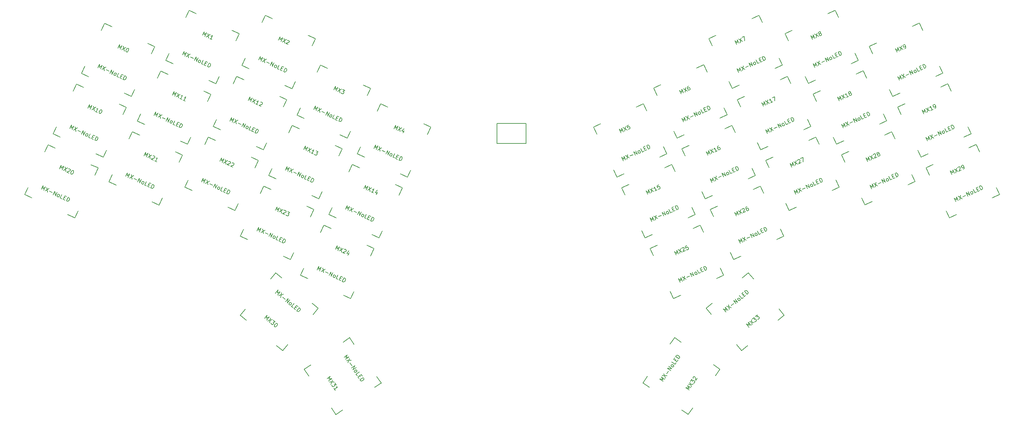
<source format=gbr>
%TF.GenerationSoftware,KiCad,Pcbnew,(5.1.12-1-10_14)*%
%TF.CreationDate,2021-12-22T22:21:50-05:00*%
%TF.ProjectId,keebwirdv1,6b656562-7769-4726-9476-312e6b696361,rev?*%
%TF.SameCoordinates,Original*%
%TF.FileFunction,OtherDrawing,Comment*%
%FSLAX46Y46*%
G04 Gerber Fmt 4.6, Leading zero omitted, Abs format (unit mm)*
G04 Created by KiCad (PCBNEW (5.1.12-1-10_14)) date 2021-12-22 22:21:50*
%MOMM*%
%LPD*%
G01*
G04 APERTURE LIST*
%ADD10C,0.200000*%
%ADD11C,0.150000*%
G04 APERTURE END LIST*
D10*
%TO.C,U0*%
X149556000Y-76776000D02*
X142190000Y-76776000D01*
X142190000Y-76776000D02*
X142190000Y-71696000D01*
X142190000Y-71696000D02*
X149556000Y-71696000D01*
X149556000Y-71696000D02*
X149556000Y-76776000D01*
D11*
%TO.C,MX33*%
X204395116Y-110902660D02*
X205927205Y-109617085D01*
X205927205Y-109617085D02*
X207212780Y-111149174D01*
X213394142Y-121627282D02*
X214926231Y-120341707D01*
X214926231Y-120341707D02*
X213640656Y-118809618D01*
X202916034Y-127808644D02*
X204201609Y-129340733D01*
X204201609Y-129340733D02*
X205733698Y-128055158D01*
X196734672Y-117330536D02*
X195202583Y-118616111D01*
X195202583Y-118616111D02*
X196488158Y-120148200D01*
%TO.C,MX32*%
X186093554Y-127704869D02*
X187240707Y-126066565D01*
X187240707Y-126066565D02*
X188879011Y-127213718D01*
X197561682Y-135734939D02*
X198708835Y-134096635D01*
X198708835Y-134096635D02*
X197070531Y-132949482D01*
X189040461Y-144417610D02*
X190678765Y-145564763D01*
X190678765Y-145564763D02*
X191825918Y-143926459D01*
X180357790Y-135896389D02*
X179210637Y-137534693D01*
X179210637Y-137534693D02*
X180848941Y-138681846D01*
%TO.C,MX31*%
X111759615Y-135925705D02*
X112906768Y-137564009D01*
X112906768Y-137564009D02*
X111268464Y-138711162D01*
X100291487Y-143955775D02*
X101438640Y-145594079D01*
X101438640Y-145594079D02*
X103076944Y-144446926D01*
X95046874Y-132978798D02*
X93408570Y-134125951D01*
X93408570Y-134125951D02*
X94555723Y-135764255D01*
X106023851Y-127734185D02*
X104876698Y-126095881D01*
X104876698Y-126095881D02*
X103238394Y-127243034D01*
%TO.C,MX30*%
X95382733Y-117359853D02*
X96914822Y-118645428D01*
X96914822Y-118645428D02*
X95629247Y-120177517D01*
X86383707Y-128084475D02*
X87915796Y-129370050D01*
X87915796Y-129370050D02*
X89201371Y-127837961D01*
X78476749Y-118838935D02*
X77191174Y-120371024D01*
X77191174Y-120371024D02*
X78723263Y-121656599D01*
X87722289Y-110931977D02*
X86190200Y-109646402D01*
X86190200Y-109646402D02*
X84904625Y-111178491D01*
%TO.C,MX29*%
X258663353Y-94816324D02*
X256850737Y-95661560D01*
X256850737Y-95661560D02*
X256005501Y-93848945D01*
X252746697Y-82128015D02*
X250934082Y-82973251D01*
X250934082Y-82973251D02*
X251779318Y-84785867D01*
X264467627Y-78869211D02*
X263622391Y-77056596D01*
X263622391Y-77056596D02*
X261809775Y-77901832D01*
X267726431Y-90590141D02*
X269539046Y-89744905D01*
X269539046Y-89744905D02*
X268693810Y-87932289D01*
%TO.C,MX28*%
X237275012Y-91540509D02*
X235462396Y-92385745D01*
X235462396Y-92385745D02*
X234617160Y-90573130D01*
X231358356Y-78852200D02*
X229545741Y-79697436D01*
X229545741Y-79697436D02*
X230390977Y-81510052D01*
X243079286Y-75593396D02*
X242234050Y-73780781D01*
X242234050Y-73780781D02*
X240421434Y-74626017D01*
X246338090Y-87314326D02*
X248150705Y-86469090D01*
X248150705Y-86469090D02*
X247305469Y-84656474D01*
%TO.C,MX27*%
X218063156Y-92932179D02*
X216250540Y-93777415D01*
X216250540Y-93777415D02*
X215405304Y-91964800D01*
X212146500Y-80243870D02*
X210333885Y-81089106D01*
X210333885Y-81089106D02*
X211179121Y-82901722D01*
X223867430Y-76985066D02*
X223022194Y-75172451D01*
X223022194Y-75172451D02*
X221209578Y-76017687D01*
X227126234Y-88705996D02*
X228938849Y-87860760D01*
X228938849Y-87860760D02*
X228093613Y-86048144D01*
%TO.C,MX26*%
X204003862Y-105373553D02*
X202191246Y-106218789D01*
X202191246Y-106218789D02*
X201346010Y-104406174D01*
X198087206Y-92685244D02*
X196274591Y-93530480D01*
X196274591Y-93530480D02*
X197119827Y-95343096D01*
X209808136Y-89426440D02*
X208962900Y-87613825D01*
X208962900Y-87613825D02*
X207150284Y-88459061D01*
X213066940Y-101147370D02*
X214879555Y-100302134D01*
X214879555Y-100302134D02*
X214034319Y-98489518D01*
%TO.C,MX25*%
X188760391Y-115275453D02*
X186947775Y-116120689D01*
X186947775Y-116120689D02*
X186102539Y-114308074D01*
X182843735Y-102587144D02*
X181031120Y-103432380D01*
X181031120Y-103432380D02*
X181876356Y-105244996D01*
X194564665Y-99328340D02*
X193719429Y-97515725D01*
X193719429Y-97515725D02*
X191906813Y-98360961D01*
X197823469Y-111049270D02*
X199636084Y-110204034D01*
X199636084Y-110204034D02*
X198790848Y-108391418D01*
%TO.C,MX24*%
X94293936Y-111078587D02*
X92481321Y-110233351D01*
X92481321Y-110233351D02*
X93326557Y-108420735D01*
X100210592Y-98390278D02*
X98397976Y-97545042D01*
X98397976Y-97545042D02*
X97552740Y-99357657D01*
X110241049Y-105274313D02*
X111086285Y-103461697D01*
X111086285Y-103461697D02*
X109273670Y-102616461D01*
X103357014Y-115304770D02*
X105169630Y-116150006D01*
X105169630Y-116150006D02*
X106014866Y-114337391D01*
%TO.C,MX23*%
X79050465Y-101176687D02*
X77237850Y-100331451D01*
X77237850Y-100331451D02*
X78083086Y-98518835D01*
X84967121Y-88488378D02*
X83154505Y-87643142D01*
X83154505Y-87643142D02*
X82309269Y-89455757D01*
X94997578Y-95372413D02*
X95842814Y-93559797D01*
X95842814Y-93559797D02*
X94030199Y-92714561D01*
X88113543Y-105402870D02*
X89926159Y-106248106D01*
X89926159Y-106248106D02*
X90771395Y-104435491D01*
%TO.C,MX22*%
X64991171Y-88735312D02*
X63178556Y-87890076D01*
X63178556Y-87890076D02*
X64023792Y-86077460D01*
X70907827Y-76047003D02*
X69095211Y-75201767D01*
X69095211Y-75201767D02*
X68249975Y-77014382D01*
X80938284Y-82931038D02*
X81783520Y-81118422D01*
X81783520Y-81118422D02*
X79970905Y-80273186D01*
X74054249Y-92961495D02*
X75866865Y-93806731D01*
X75866865Y-93806731D02*
X76712101Y-91994116D01*
%TO.C,MX21*%
X45779315Y-87343642D02*
X43966700Y-86498406D01*
X43966700Y-86498406D02*
X44811936Y-84685790D01*
X51695971Y-74655333D02*
X49883355Y-73810097D01*
X49883355Y-73810097D02*
X49038119Y-75622712D01*
X61726428Y-81539368D02*
X62571664Y-79726752D01*
X62571664Y-79726752D02*
X60759049Y-78881516D01*
X54842393Y-91569825D02*
X56655009Y-92415061D01*
X56655009Y-92415061D02*
X57500245Y-90602446D01*
%TO.C,MX20*%
X24390975Y-90619458D02*
X22578360Y-89774222D01*
X22578360Y-89774222D02*
X23423596Y-87961606D01*
X30307631Y-77931149D02*
X28495015Y-77085913D01*
X28495015Y-77085913D02*
X27649779Y-78898528D01*
X40338088Y-84815184D02*
X41183324Y-83002568D01*
X41183324Y-83002568D02*
X39370709Y-82157332D01*
X33454053Y-94845641D02*
X35266669Y-95690877D01*
X35266669Y-95690877D02*
X36111905Y-93878262D01*
%TO.C,MX19*%
X251478842Y-79409092D02*
X249666226Y-80254328D01*
X249666226Y-80254328D02*
X248820990Y-78441713D01*
X245562186Y-66720783D02*
X243749571Y-67566019D01*
X243749571Y-67566019D02*
X244594807Y-69378635D01*
X257283116Y-63461979D02*
X256437880Y-61649364D01*
X256437880Y-61649364D02*
X254625264Y-62494600D01*
X260541920Y-75182909D02*
X262354535Y-74337673D01*
X262354535Y-74337673D02*
X261509299Y-72525057D01*
%TO.C,MX18*%
X230082895Y-76116963D02*
X228270279Y-76962199D01*
X228270279Y-76962199D02*
X227425043Y-75149584D01*
X224166239Y-63428654D02*
X222353624Y-64273890D01*
X222353624Y-64273890D02*
X223198860Y-66086506D01*
X235887169Y-60169850D02*
X235041933Y-58357235D01*
X235041933Y-58357235D02*
X233229317Y-59202471D01*
X239145973Y-71890780D02*
X240958588Y-71045544D01*
X240958588Y-71045544D02*
X240113352Y-69232928D01*
%TO.C,MX17*%
X210871038Y-77508633D02*
X209058422Y-78353869D01*
X209058422Y-78353869D02*
X208213186Y-76541254D01*
X204954382Y-64820324D02*
X203141767Y-65665560D01*
X203141767Y-65665560D02*
X203987003Y-67478176D01*
X216675312Y-61561520D02*
X215830076Y-59748905D01*
X215830076Y-59748905D02*
X214017460Y-60594141D01*
X219934116Y-73282450D02*
X221746731Y-72437214D01*
X221746731Y-72437214D02*
X220901495Y-70624598D01*
%TO.C,MX16*%
X196811744Y-89950007D02*
X194999128Y-90795243D01*
X194999128Y-90795243D02*
X194153892Y-88982628D01*
X190895088Y-77261698D02*
X189082473Y-78106934D01*
X189082473Y-78106934D02*
X189927709Y-79919550D01*
X202616018Y-74002894D02*
X201770782Y-72190279D01*
X201770782Y-72190279D02*
X199958166Y-73035515D01*
X205874822Y-85723824D02*
X207687437Y-84878588D01*
X207687437Y-84878588D02*
X206842201Y-83065972D01*
%TO.C,MX15*%
X181575881Y-99868221D02*
X179763265Y-100713457D01*
X179763265Y-100713457D02*
X178918029Y-98900842D01*
X175659225Y-87179912D02*
X173846610Y-88025148D01*
X173846610Y-88025148D02*
X174691846Y-89837764D01*
X187380155Y-83921108D02*
X186534919Y-82108493D01*
X186534919Y-82108493D02*
X184722303Y-82953729D01*
X190638959Y-95642038D02*
X192451574Y-94796802D01*
X192451574Y-94796802D02*
X191606338Y-92984186D01*
%TO.C,MX14*%
X101478447Y-95671354D02*
X99665832Y-94826118D01*
X99665832Y-94826118D02*
X100511068Y-93013502D01*
X107395103Y-82983045D02*
X105582487Y-82137809D01*
X105582487Y-82137809D02*
X104737251Y-83950424D01*
X117425560Y-89867080D02*
X118270796Y-88054464D01*
X118270796Y-88054464D02*
X116458181Y-87209228D01*
X110541525Y-99897537D02*
X112354141Y-100742773D01*
X112354141Y-100742773D02*
X113199377Y-98930158D01*
%TO.C,MX13*%
X86242583Y-85753141D02*
X84429968Y-84907905D01*
X84429968Y-84907905D02*
X85275204Y-83095289D01*
X92159239Y-73064832D02*
X90346623Y-72219596D01*
X90346623Y-72219596D02*
X89501387Y-74032211D01*
X102189696Y-79948867D02*
X103034932Y-78136251D01*
X103034932Y-78136251D02*
X101222317Y-77291015D01*
X95305661Y-89979324D02*
X97118277Y-90824560D01*
X97118277Y-90824560D02*
X97963513Y-89011945D01*
%TO.C,MX12*%
X72183289Y-73311766D02*
X70370674Y-72466530D01*
X70370674Y-72466530D02*
X71215910Y-70653914D01*
X78099945Y-60623457D02*
X76287329Y-59778221D01*
X76287329Y-59778221D02*
X75442093Y-61590836D01*
X88130402Y-67507492D02*
X88975638Y-65694876D01*
X88975638Y-65694876D02*
X87163023Y-64849640D01*
X81246367Y-77537949D02*
X83058983Y-78383185D01*
X83058983Y-78383185D02*
X83904219Y-76570570D01*
%TO.C,MX11*%
X52971432Y-71920096D02*
X51158817Y-71074860D01*
X51158817Y-71074860D02*
X52004053Y-69262244D01*
X58888088Y-59231787D02*
X57075472Y-58386551D01*
X57075472Y-58386551D02*
X56230236Y-60199166D01*
X68918545Y-66115822D02*
X69763781Y-64303206D01*
X69763781Y-64303206D02*
X67951166Y-63457970D01*
X62034510Y-76146279D02*
X63847126Y-76991515D01*
X63847126Y-76991515D02*
X64692362Y-75178900D01*
%TO.C,MX10*%
X31575485Y-75212225D02*
X29762870Y-74366989D01*
X29762870Y-74366989D02*
X30608106Y-72554373D01*
X37492141Y-62523916D02*
X35679525Y-61678680D01*
X35679525Y-61678680D02*
X34834289Y-63491295D01*
X47522598Y-69407951D02*
X48367834Y-67595335D01*
X48367834Y-67595335D02*
X46555219Y-66750099D01*
X40638563Y-79438408D02*
X42451179Y-80283644D01*
X42451179Y-80283644D02*
X43296415Y-78471029D01*
%TO.C,MX9*%
X244294332Y-64001859D02*
X242481716Y-64847095D01*
X242481716Y-64847095D02*
X241636480Y-63034480D01*
X238377676Y-51313550D02*
X236565061Y-52158786D01*
X236565061Y-52158786D02*
X237410297Y-53971402D01*
X250098606Y-48054746D02*
X249253370Y-46242131D01*
X249253370Y-46242131D02*
X247440754Y-47087367D01*
X253357410Y-59775676D02*
X255170025Y-58930440D01*
X255170025Y-58930440D02*
X254324789Y-57117824D01*
%TO.C,MX8*%
X222909372Y-60733295D02*
X221096756Y-61578531D01*
X221096756Y-61578531D02*
X220251520Y-59765916D01*
X216992716Y-48044986D02*
X215180101Y-48890222D01*
X215180101Y-48890222D02*
X216025337Y-50702838D01*
X228713646Y-44786182D02*
X227868410Y-42973567D01*
X227868410Y-42973567D02*
X226055794Y-43818803D01*
X231972450Y-56507112D02*
X233785065Y-55661876D01*
X233785065Y-55661876D02*
X232939829Y-53849260D01*
%TO.C,MX7*%
X203637504Y-61996269D02*
X201824888Y-62841505D01*
X201824888Y-62841505D02*
X200979652Y-61028890D01*
X197720848Y-49307960D02*
X195908233Y-50153196D01*
X195908233Y-50153196D02*
X196753469Y-51965812D01*
X209441778Y-46049156D02*
X208596542Y-44236541D01*
X208596542Y-44236541D02*
X206783926Y-45081777D01*
X212700582Y-57770086D02*
X214513197Y-56924850D01*
X214513197Y-56924850D02*
X213667961Y-55112234D01*
%TO.C,MX6*%
X189648365Y-74588090D02*
X187835749Y-75433326D01*
X187835749Y-75433326D02*
X186990513Y-73620711D01*
X183731709Y-61899781D02*
X181919094Y-62745017D01*
X181919094Y-62745017D02*
X182764330Y-64557633D01*
X195452639Y-58640977D02*
X194607403Y-56828362D01*
X194607403Y-56828362D02*
X192794787Y-57673598D01*
X198711443Y-70361907D02*
X200524058Y-69516671D01*
X200524058Y-69516671D02*
X199678822Y-67704055D01*
%TO.C,MX5*%
X174391370Y-84460989D02*
X172578754Y-85306225D01*
X172578754Y-85306225D02*
X171733518Y-83493610D01*
X168474714Y-71772680D02*
X166662099Y-72617916D01*
X166662099Y-72617916D02*
X167507335Y-74430532D01*
X180195644Y-68513876D02*
X179350408Y-66701261D01*
X179350408Y-66701261D02*
X177537792Y-67546497D01*
X183454448Y-80234806D02*
X185267063Y-79389570D01*
X185267063Y-79389570D02*
X184421827Y-77576954D01*
%TO.C,MX4*%
X108662957Y-80264122D02*
X106850342Y-79418886D01*
X106850342Y-79418886D02*
X107695578Y-77606270D01*
X114579613Y-67575813D02*
X112766997Y-66730577D01*
X112766997Y-66730577D02*
X111921761Y-68543192D01*
X124610070Y-74459848D02*
X125455306Y-72647232D01*
X125455306Y-72647232D02*
X123642691Y-71801996D01*
X117726035Y-84490305D02*
X119538651Y-85335541D01*
X119538651Y-85335541D02*
X120383887Y-83522926D01*
%TO.C,MX3*%
X93405963Y-70391224D02*
X91593348Y-69545988D01*
X91593348Y-69545988D02*
X92438584Y-67733372D01*
X99322619Y-57702915D02*
X97510003Y-56857679D01*
X97510003Y-56857679D02*
X96664767Y-58670294D01*
X109353076Y-64586950D02*
X110198312Y-62774334D01*
X110198312Y-62774334D02*
X108385697Y-61929098D01*
X102469041Y-74617407D02*
X104281657Y-75462643D01*
X104281657Y-75462643D02*
X105126893Y-73650028D01*
%TO.C,MX2*%
X79416823Y-57799402D02*
X77604208Y-56954166D01*
X77604208Y-56954166D02*
X78449444Y-55141550D01*
X85333479Y-45111093D02*
X83520863Y-44265857D01*
X83520863Y-44265857D02*
X82675627Y-46078472D01*
X95363936Y-51995128D02*
X96209172Y-50182512D01*
X96209172Y-50182512D02*
X94396557Y-49337276D01*
X88479901Y-62025585D02*
X90292517Y-62870821D01*
X90292517Y-62870821D02*
X91137753Y-61058206D01*
%TO.C,MX1*%
X60144955Y-56536428D02*
X58332340Y-55691192D01*
X58332340Y-55691192D02*
X59177576Y-53878576D01*
X66061611Y-43848119D02*
X64248995Y-43002883D01*
X64248995Y-43002883D02*
X63403759Y-44815498D01*
X76092068Y-50732154D02*
X76937304Y-48919538D01*
X76937304Y-48919538D02*
X75124689Y-48074302D01*
X69208033Y-60762611D02*
X71020649Y-61607847D01*
X71020649Y-61607847D02*
X71865885Y-59795232D01*
%TO.C,MX0*%
X38759996Y-59804993D02*
X36947381Y-58959757D01*
X36947381Y-58959757D02*
X37792617Y-57147141D01*
X44676652Y-47116684D02*
X42864036Y-46271448D01*
X42864036Y-46271448D02*
X42018800Y-48084063D01*
X54707109Y-54000719D02*
X55552345Y-52188103D01*
X55552345Y-52188103D02*
X53739730Y-51342867D01*
X47823074Y-64031176D02*
X49635690Y-64876412D01*
X49635690Y-64876412D02*
X50480926Y-63063797D01*
%TD*%
%TO.C,MX33*%
X206046345Y-123390174D02*
X205403557Y-122624130D01*
X206118040Y-122957042D01*
X205914254Y-122195604D01*
X206557041Y-122961649D01*
X206206080Y-121950733D02*
X207359564Y-122288252D01*
X206716776Y-121522208D02*
X206848868Y-122716777D01*
X206935646Y-121338554D02*
X207409864Y-120940638D01*
X207399388Y-121446727D01*
X207508823Y-121354900D01*
X207612388Y-121330161D01*
X207679475Y-121336030D01*
X207777171Y-121378378D01*
X207930216Y-121560769D01*
X207954956Y-121664335D01*
X207949086Y-121731422D01*
X207906739Y-121829118D01*
X207687869Y-122012772D01*
X207584303Y-122037512D01*
X207517216Y-122031642D01*
X207665212Y-120726376D02*
X208139430Y-120328459D01*
X208128954Y-120834548D01*
X208238389Y-120742722D01*
X208341954Y-120717982D01*
X208409041Y-120723851D01*
X208506738Y-120766199D01*
X208659782Y-120948591D01*
X208684522Y-121052156D01*
X208678652Y-121119243D01*
X208636305Y-121216940D01*
X208417435Y-121400593D01*
X208313869Y-121425333D01*
X208246782Y-121419463D01*
X200223648Y-119562402D02*
X199580861Y-118796358D01*
X200295343Y-119129270D01*
X200091557Y-118367833D01*
X200734344Y-119133877D01*
X200383383Y-118122961D02*
X201536867Y-118460481D01*
X200894080Y-117694436D02*
X201026171Y-118889006D01*
X201583822Y-117923783D02*
X202167475Y-117434040D01*
X202777130Y-117419777D02*
X202134342Y-116653732D01*
X203214869Y-117052470D01*
X202572082Y-116286425D01*
X203689087Y-116654553D02*
X203585522Y-116679293D01*
X203518434Y-116673424D01*
X203420738Y-116631076D01*
X203237085Y-116412206D01*
X203212345Y-116308641D01*
X203218215Y-116241553D01*
X203260562Y-116143857D01*
X203369997Y-116052030D01*
X203473563Y-116027291D01*
X203540650Y-116033160D01*
X203638346Y-116075508D01*
X203822000Y-116294378D01*
X203846739Y-116397943D01*
X203840870Y-116465030D01*
X203798522Y-116562727D01*
X203689087Y-116654553D01*
X204637523Y-115858721D02*
X204272740Y-116164811D01*
X203629953Y-115398766D01*
X204556173Y-115243197D02*
X204811521Y-115028935D01*
X205257654Y-115338369D02*
X204892871Y-115644459D01*
X204250084Y-114878414D01*
X204614867Y-114572325D01*
X205585959Y-115062889D02*
X204943172Y-114296844D01*
X205125563Y-114143800D01*
X205265607Y-114088451D01*
X205399781Y-114100190D01*
X205497478Y-114142538D01*
X205656392Y-114257842D01*
X205748219Y-114367277D01*
X205834176Y-114543799D01*
X205858916Y-114647365D01*
X205847177Y-114781539D01*
X205768351Y-114909844D01*
X205585959Y-115062889D01*
%TO.C,MX32*%
X190920525Y-139339511D02*
X190101373Y-138765935D01*
X190877674Y-138902582D01*
X190483757Y-138219834D01*
X191302910Y-138793410D01*
X190702263Y-137907776D02*
X191903799Y-137935251D01*
X191084647Y-137361674D02*
X191521415Y-138481352D01*
X191248526Y-137127631D02*
X191603597Y-136620537D01*
X191724463Y-137112093D01*
X191806402Y-136995071D01*
X191900036Y-136944370D01*
X191966356Y-136932676D01*
X192071684Y-136948295D01*
X192266720Y-137084861D01*
X192317422Y-137178494D01*
X192329116Y-137244815D01*
X192313497Y-137350142D01*
X192149618Y-137584186D01*
X192055984Y-137634887D01*
X191989664Y-137646581D01*
X191900117Y-136363105D02*
X191888423Y-136296785D01*
X191904042Y-136191457D01*
X192040608Y-135996421D01*
X192134241Y-135945720D01*
X192200562Y-135934026D01*
X192305889Y-135949645D01*
X192383904Y-136004271D01*
X192473612Y-136125218D01*
X192613941Y-136921063D01*
X192969013Y-136413968D01*
X184305532Y-137149193D02*
X183486380Y-136575616D01*
X184262681Y-136712263D01*
X183868765Y-136029515D01*
X184687917Y-136603091D01*
X184087270Y-135717457D02*
X185288806Y-135744932D01*
X184469654Y-135171355D02*
X184906422Y-136291033D01*
X185195254Y-135214369D02*
X185632264Y-134590253D01*
X186217454Y-134418686D02*
X185398302Y-133845109D01*
X186545212Y-133950599D01*
X185726060Y-133377022D01*
X186900283Y-133443505D02*
X186806649Y-133494206D01*
X186740329Y-133505900D01*
X186635001Y-133490281D01*
X186400958Y-133326402D01*
X186350257Y-133232768D01*
X186338562Y-133166448D01*
X186354182Y-133061120D01*
X186436121Y-132944099D01*
X186529755Y-132893397D01*
X186596075Y-132881703D01*
X186701403Y-132897322D01*
X186935446Y-133061201D01*
X186986147Y-133154835D01*
X186997841Y-133221155D01*
X186982222Y-133326483D01*
X186900283Y-133443505D01*
X187610425Y-132429316D02*
X187337294Y-132819389D01*
X186518141Y-132245812D01*
X187372538Y-131855821D02*
X187563730Y-131582770D01*
X188074749Y-131766193D02*
X187801617Y-132156266D01*
X186982465Y-131582689D01*
X187255597Y-131192617D01*
X188320567Y-131415128D02*
X187501415Y-130841552D01*
X187637981Y-130646516D01*
X187758928Y-130556807D01*
X187891569Y-130533419D01*
X187996896Y-130549038D01*
X188180238Y-130619283D01*
X188297260Y-130701223D01*
X188425976Y-130849483D01*
X188476677Y-130943116D01*
X188500065Y-131075757D01*
X188457133Y-131220092D01*
X188320567Y-131415128D01*
%TO.C,MX31*%
X99175705Y-136482292D02*
X99994857Y-135908715D01*
X99600940Y-136591463D01*
X100377241Y-136454817D01*
X99558089Y-137028393D01*
X100595746Y-136766875D02*
X100158979Y-137886552D01*
X100978131Y-137312976D02*
X99776594Y-137340451D01*
X101142010Y-137547019D02*
X101497081Y-138054113D01*
X100993831Y-137999568D01*
X101075770Y-138116590D01*
X101091389Y-138221917D01*
X101079695Y-138288238D01*
X101028994Y-138381871D01*
X100833958Y-138518437D01*
X100728630Y-138534056D01*
X100662310Y-138522362D01*
X100568676Y-138471661D01*
X100404797Y-138237617D01*
X100389178Y-138132290D01*
X100400872Y-138065969D01*
X101224192Y-139407835D02*
X100896434Y-138939748D01*
X101060313Y-139173791D02*
X101879465Y-138600215D01*
X101707817Y-138604140D01*
X101575176Y-138580752D01*
X101481543Y-138530050D01*
X103496392Y-131015365D02*
X104315544Y-130441788D01*
X103921627Y-131124536D01*
X104697928Y-130987890D01*
X103878776Y-131561466D01*
X104916433Y-131299947D02*
X104479666Y-132419625D01*
X105298818Y-131846049D02*
X104097281Y-131873524D01*
X105010229Y-132513178D02*
X105447240Y-133137294D01*
X105408313Y-133745871D02*
X106227465Y-133172295D01*
X105736071Y-134213958D01*
X106555223Y-133640382D01*
X106091142Y-134721052D02*
X106075523Y-134615725D01*
X106087217Y-134549404D01*
X106137919Y-134455771D01*
X106371962Y-134291892D01*
X106477290Y-134276273D01*
X106543610Y-134287967D01*
X106637244Y-134338668D01*
X106719183Y-134455690D01*
X106734802Y-134561017D01*
X106723108Y-134627338D01*
X106672407Y-134720971D01*
X106438363Y-134884850D01*
X106333036Y-134900470D01*
X106266715Y-134888775D01*
X106173082Y-134838074D01*
X106091142Y-134721052D01*
X106801285Y-135735241D02*
X106528153Y-135345168D01*
X107347305Y-134771592D01*
X107421556Y-135707847D02*
X107612749Y-135980897D01*
X107265608Y-136398364D02*
X106992477Y-136008291D01*
X107811629Y-135434715D01*
X108084760Y-135824787D01*
X107511427Y-136749429D02*
X108330579Y-136175852D01*
X108467145Y-136370889D01*
X108510077Y-136515224D01*
X108486689Y-136647864D01*
X108435987Y-136741498D01*
X108307272Y-136889758D01*
X108190250Y-136971697D01*
X108006908Y-137041943D01*
X107901580Y-137057562D01*
X107768939Y-137034174D01*
X107647993Y-136944465D01*
X107511427Y-136749429D01*
%TO.C,MX30*%
X83371664Y-121154430D02*
X84014452Y-120388385D01*
X83810666Y-121149823D01*
X84525148Y-120816910D01*
X83882361Y-121582955D01*
X84816975Y-121061782D02*
X84684883Y-122256351D01*
X85327671Y-121490307D02*
X84174187Y-121827826D01*
X85546541Y-121673961D02*
X86020759Y-122071877D01*
X85520539Y-122149441D01*
X85629974Y-122241267D01*
X85672322Y-122338964D01*
X85678191Y-122406051D01*
X85653452Y-122509616D01*
X85500407Y-122692008D01*
X85402711Y-122734356D01*
X85335623Y-122740225D01*
X85232058Y-122715485D01*
X85013188Y-122531832D01*
X84970840Y-122434136D01*
X84964971Y-122367048D01*
X86494977Y-122469793D02*
X86567933Y-122531011D01*
X86610281Y-122628707D01*
X86616150Y-122695794D01*
X86591411Y-122799360D01*
X86505453Y-122975882D01*
X86352409Y-123158273D01*
X86193495Y-123273578D01*
X86095799Y-123315925D01*
X86028711Y-123321795D01*
X85925146Y-123297055D01*
X85852189Y-123235837D01*
X85809841Y-123138141D01*
X85803972Y-123071054D01*
X85828712Y-122967488D01*
X85914669Y-122790966D01*
X86067714Y-122608575D01*
X86226628Y-122493270D01*
X86324324Y-122450923D01*
X86391411Y-122445053D01*
X86494977Y-122469793D01*
X86130183Y-114755508D02*
X86772971Y-113989463D01*
X86569185Y-114750900D01*
X87283667Y-114417988D01*
X86640880Y-115184033D01*
X87575494Y-114662860D02*
X87443402Y-115857429D01*
X88086190Y-115091385D02*
X86932706Y-115428904D01*
X87980100Y-115810474D02*
X88563753Y-116300217D01*
X88683665Y-116898133D02*
X89326452Y-116132089D01*
X89121405Y-117265440D01*
X89764192Y-116499396D01*
X89595623Y-117663356D02*
X89553275Y-117565660D01*
X89547405Y-117498573D01*
X89572145Y-117395007D01*
X89755799Y-117176138D01*
X89853495Y-117133790D01*
X89920582Y-117127920D01*
X90024148Y-117152660D01*
X90133583Y-117244487D01*
X90175930Y-117342183D01*
X90181800Y-117409270D01*
X90157060Y-117512836D01*
X89973406Y-117731706D01*
X89875710Y-117774053D01*
X89808623Y-117779923D01*
X89705057Y-117755183D01*
X89595623Y-117663356D01*
X90544059Y-118459189D02*
X90179275Y-118153099D01*
X90822063Y-117387055D01*
X91136105Y-118272190D02*
X91391453Y-118486452D01*
X91164190Y-118979541D02*
X90799407Y-118673451D01*
X91442194Y-117907407D01*
X91806977Y-118213496D01*
X91492494Y-119255021D02*
X92135282Y-118488976D01*
X92317674Y-118642021D01*
X92396500Y-118770326D01*
X92408238Y-118904501D01*
X92383499Y-119008066D01*
X92297541Y-119184588D01*
X92205715Y-119294023D01*
X92046801Y-119409328D01*
X91949104Y-119451675D01*
X91814930Y-119463414D01*
X91674886Y-119408066D01*
X91492494Y-119255021D01*
%TO.C,MX29*%
X257489107Y-84636160D02*
X257066489Y-83729852D01*
X257670461Y-84236342D01*
X257670694Y-83448107D01*
X258093312Y-84354414D01*
X258015954Y-83287109D02*
X259042777Y-83911672D01*
X258620159Y-83005364D02*
X258438572Y-84193417D01*
X258962511Y-82950806D02*
X258985544Y-82887524D01*
X259051734Y-82804117D01*
X259267522Y-82703494D01*
X259373962Y-82706402D01*
X259437244Y-82729435D01*
X259520651Y-82795625D01*
X259560900Y-82881940D01*
X259578117Y-83031537D01*
X259301723Y-83790923D01*
X259862770Y-83529303D01*
X260294345Y-83328056D02*
X260466975Y-83247557D01*
X260533166Y-83164150D01*
X260556199Y-83100868D01*
X260582140Y-82931146D01*
X260544798Y-82738391D01*
X260383801Y-82393131D01*
X260300394Y-82326941D01*
X260237112Y-82303908D01*
X260130672Y-82301000D01*
X259958042Y-82381499D01*
X259891852Y-82464906D01*
X259868819Y-82528188D01*
X259865911Y-82634627D01*
X259966534Y-82850415D01*
X260049941Y-82916605D01*
X260113223Y-82939638D01*
X260219663Y-82942546D01*
X260392293Y-82862048D01*
X260458483Y-82778641D01*
X260481516Y-82715359D01*
X260484424Y-82608919D01*
X258497468Y-91531001D02*
X258074850Y-90624693D01*
X258678823Y-91131183D01*
X258679055Y-90342947D01*
X259101674Y-91249255D01*
X259024315Y-90181950D02*
X260051139Y-90806512D01*
X259628521Y-89900204D02*
X259446934Y-91088258D01*
X260235402Y-90300255D02*
X260925922Y-89978260D01*
X261518494Y-90122273D02*
X261095876Y-89215965D01*
X262036384Y-89880777D01*
X261613766Y-88974469D01*
X262597432Y-89619156D02*
X262490992Y-89616248D01*
X262427710Y-89593215D01*
X262344303Y-89527025D01*
X262223555Y-89268080D01*
X262226463Y-89161640D01*
X262249496Y-89098358D01*
X262315687Y-89014951D01*
X262445159Y-88954577D01*
X262551599Y-88957485D01*
X262614881Y-88980518D01*
X262698288Y-89046708D01*
X262819036Y-89305653D01*
X262816128Y-89412093D01*
X262793095Y-89475375D01*
X262726905Y-89558782D01*
X262597432Y-89619156D01*
X263719528Y-89095914D02*
X263287952Y-89297161D01*
X262865334Y-88390853D01*
X263800259Y-88480309D02*
X264102361Y-88339436D01*
X264453205Y-88753795D02*
X264021630Y-88955042D01*
X263599012Y-88048734D01*
X264030587Y-87847487D01*
X264841623Y-88572673D02*
X264419005Y-87666365D01*
X264634792Y-87565742D01*
X264784389Y-87548525D01*
X264910954Y-87594591D01*
X264994361Y-87660781D01*
X265118017Y-87813286D01*
X265178391Y-87942759D01*
X265215732Y-88135514D01*
X265212824Y-88241953D01*
X265166758Y-88368518D01*
X265057410Y-88472049D01*
X264841623Y-88572673D01*
%TO.C,MX28*%
X236100766Y-81360345D02*
X235678148Y-80454037D01*
X236282120Y-80960527D01*
X236282353Y-80172292D01*
X236704971Y-81078599D01*
X236627613Y-80011294D02*
X237654436Y-80635857D01*
X237231818Y-79729549D02*
X237050231Y-80917602D01*
X237574170Y-79674991D02*
X237597203Y-79611709D01*
X237663393Y-79528302D01*
X237879181Y-79427679D01*
X237985621Y-79430587D01*
X238048903Y-79453620D01*
X238132310Y-79519810D01*
X238172559Y-79606125D01*
X238189776Y-79755722D01*
X237913382Y-80515108D01*
X238474429Y-80253488D01*
X238750823Y-79494101D02*
X238644384Y-79491193D01*
X238581101Y-79468160D01*
X238497694Y-79401970D01*
X238477570Y-79358812D01*
X238480478Y-79252373D01*
X238503511Y-79189091D01*
X238569701Y-79105684D01*
X238742331Y-79025185D01*
X238848771Y-79028093D01*
X238912053Y-79051126D01*
X238995460Y-79117316D01*
X239015585Y-79160474D01*
X239012676Y-79266914D01*
X238989644Y-79330196D01*
X238923453Y-79413603D01*
X238750823Y-79494101D01*
X238684633Y-79577508D01*
X238661600Y-79640790D01*
X238658692Y-79747230D01*
X238739191Y-79919860D01*
X238822597Y-79986051D01*
X238885880Y-80009083D01*
X238992319Y-80011992D01*
X239164949Y-79931493D01*
X239231140Y-79848086D01*
X239254173Y-79784804D01*
X239257081Y-79678364D01*
X239176582Y-79505734D01*
X239093175Y-79439544D01*
X239029893Y-79416511D01*
X238923453Y-79413603D01*
X237109127Y-88255186D02*
X236686509Y-87348878D01*
X237290482Y-87855368D01*
X237290714Y-87067132D01*
X237713333Y-87973440D01*
X237635974Y-86906135D02*
X238662798Y-87530697D01*
X238240180Y-86624389D02*
X238058593Y-87812443D01*
X238847061Y-87024440D02*
X239537581Y-86702445D01*
X240130153Y-86846458D02*
X239707535Y-85940150D01*
X240648043Y-86604962D01*
X240225425Y-85698654D01*
X241209091Y-86343341D02*
X241102651Y-86340433D01*
X241039369Y-86317400D01*
X240955962Y-86251210D01*
X240835214Y-85992265D01*
X240838122Y-85885825D01*
X240861155Y-85822543D01*
X240927346Y-85739136D01*
X241056818Y-85678762D01*
X241163258Y-85681670D01*
X241226540Y-85704703D01*
X241309947Y-85770893D01*
X241430695Y-86029838D01*
X241427787Y-86136278D01*
X241404754Y-86199560D01*
X241338564Y-86282967D01*
X241209091Y-86343341D01*
X242331187Y-85820099D02*
X241899611Y-86021346D01*
X241476993Y-85115038D01*
X242411918Y-85204494D02*
X242714020Y-85063621D01*
X243064864Y-85477980D02*
X242633289Y-85679227D01*
X242210671Y-84772919D01*
X242642246Y-84571672D01*
X243453282Y-85296858D02*
X243030664Y-84390550D01*
X243246451Y-84289927D01*
X243396048Y-84272710D01*
X243522613Y-84318776D01*
X243606020Y-84384966D01*
X243729676Y-84537471D01*
X243790050Y-84666944D01*
X243827391Y-84859699D01*
X243824483Y-84966138D01*
X243778417Y-85092703D01*
X243669069Y-85196234D01*
X243453282Y-85296858D01*
%TO.C,MX27*%
X216888910Y-82752015D02*
X216466292Y-81845707D01*
X217070264Y-82352197D01*
X217070497Y-81563962D01*
X217493115Y-82470269D01*
X217415757Y-81402964D02*
X218442580Y-82027527D01*
X218019962Y-81121219D02*
X217838375Y-82309272D01*
X218362314Y-81066661D02*
X218385347Y-81003379D01*
X218451537Y-80919972D01*
X218667325Y-80819349D01*
X218773765Y-80822257D01*
X218837047Y-80845290D01*
X218920454Y-80911480D01*
X218960703Y-80997795D01*
X218977920Y-81147392D01*
X218701526Y-81906778D01*
X219262573Y-81645158D01*
X219142058Y-80597977D02*
X219746263Y-80316232D01*
X219780463Y-81403662D01*
X217897271Y-89646856D02*
X217474653Y-88740548D01*
X218078626Y-89247038D01*
X218078858Y-88458802D01*
X218501477Y-89365110D01*
X218424118Y-88297805D02*
X219450942Y-88922367D01*
X219028324Y-88016059D02*
X218846737Y-89204113D01*
X219635205Y-88416110D02*
X220325725Y-88094115D01*
X220918297Y-88238128D02*
X220495679Y-87331820D01*
X221436187Y-87996632D01*
X221013569Y-87090324D01*
X221997235Y-87735011D02*
X221890795Y-87732103D01*
X221827513Y-87709070D01*
X221744106Y-87642880D01*
X221623358Y-87383935D01*
X221626266Y-87277495D01*
X221649299Y-87214213D01*
X221715490Y-87130806D01*
X221844962Y-87070432D01*
X221951402Y-87073340D01*
X222014684Y-87096373D01*
X222098091Y-87162563D01*
X222218839Y-87421508D01*
X222215931Y-87527948D01*
X222192898Y-87591230D01*
X222126708Y-87674637D01*
X221997235Y-87735011D01*
X223119331Y-87211769D02*
X222687755Y-87413016D01*
X222265137Y-86506708D01*
X223200062Y-86596164D02*
X223502164Y-86455291D01*
X223853008Y-86869650D02*
X223421433Y-87070897D01*
X222998815Y-86164589D01*
X223430390Y-85963342D01*
X224241426Y-86688528D02*
X223818808Y-85782220D01*
X224034595Y-85681597D01*
X224184192Y-85664380D01*
X224310757Y-85710446D01*
X224394164Y-85776636D01*
X224517820Y-85929141D01*
X224578194Y-86058614D01*
X224615535Y-86251369D01*
X224612627Y-86357808D01*
X224566561Y-86484373D01*
X224457213Y-86587904D01*
X224241426Y-86688528D01*
%TO.C,MX26*%
X202829616Y-95193389D02*
X202406998Y-94287081D01*
X203010970Y-94793571D01*
X203011203Y-94005336D01*
X203433821Y-94911643D01*
X203356463Y-93844338D02*
X204383286Y-94468901D01*
X203960668Y-93562593D02*
X203779081Y-94750646D01*
X204303020Y-93508035D02*
X204326053Y-93444753D01*
X204392243Y-93361346D01*
X204608031Y-93260723D01*
X204714471Y-93263631D01*
X204777753Y-93286664D01*
X204861160Y-93352854D01*
X204901409Y-93439169D01*
X204918626Y-93588766D01*
X204642232Y-94348152D01*
X205203279Y-94086532D01*
X205557496Y-92817980D02*
X205384866Y-92898478D01*
X205318676Y-92981885D01*
X205295643Y-93045167D01*
X205269702Y-93214889D01*
X205307043Y-93407644D01*
X205468041Y-93752904D01*
X205551447Y-93819095D01*
X205614730Y-93842127D01*
X205721169Y-93845036D01*
X205893799Y-93764537D01*
X205959990Y-93681130D01*
X205983023Y-93617848D01*
X205985931Y-93511408D01*
X205885307Y-93295620D01*
X205801900Y-93229430D01*
X205738618Y-93206397D01*
X205632179Y-93203489D01*
X205459549Y-93283988D01*
X205393358Y-93367395D01*
X205370325Y-93430677D01*
X205367417Y-93537117D01*
X203837977Y-102088230D02*
X203415359Y-101181922D01*
X204019332Y-101688412D01*
X204019564Y-100900176D01*
X204442183Y-101806484D01*
X204364824Y-100739179D02*
X205391648Y-101363741D01*
X204969030Y-100457433D02*
X204787443Y-101645487D01*
X205575911Y-100857484D02*
X206266431Y-100535489D01*
X206859003Y-100679502D02*
X206436385Y-99773194D01*
X207376893Y-100438006D01*
X206954275Y-99531698D01*
X207937941Y-100176385D02*
X207831501Y-100173477D01*
X207768219Y-100150444D01*
X207684812Y-100084254D01*
X207564064Y-99825309D01*
X207566972Y-99718869D01*
X207590005Y-99655587D01*
X207656196Y-99572180D01*
X207785668Y-99511806D01*
X207892108Y-99514714D01*
X207955390Y-99537747D01*
X208038797Y-99603937D01*
X208159545Y-99862882D01*
X208156637Y-99969322D01*
X208133604Y-100032604D01*
X208067414Y-100116011D01*
X207937941Y-100176385D01*
X209060037Y-99653143D02*
X208628461Y-99854390D01*
X208205843Y-98948082D01*
X209140768Y-99037538D02*
X209442870Y-98896665D01*
X209793714Y-99311024D02*
X209362139Y-99512271D01*
X208939521Y-98605963D01*
X209371096Y-98404716D01*
X210182132Y-99129902D02*
X209759514Y-98223594D01*
X209975301Y-98122971D01*
X210124898Y-98105754D01*
X210251463Y-98151820D01*
X210334870Y-98218010D01*
X210458526Y-98370515D01*
X210518900Y-98499988D01*
X210556241Y-98692743D01*
X210553333Y-98799182D01*
X210507267Y-98925747D01*
X210397919Y-99029278D01*
X210182132Y-99129902D01*
%TO.C,MX25*%
X187586145Y-105095289D02*
X187163527Y-104188981D01*
X187767499Y-104695471D01*
X187767732Y-103907236D01*
X188190350Y-104813543D01*
X188112992Y-103746238D02*
X189139815Y-104370801D01*
X188717197Y-103464493D02*
X188535610Y-104652546D01*
X189059549Y-103409935D02*
X189082582Y-103346653D01*
X189148772Y-103263246D01*
X189364560Y-103162623D01*
X189471000Y-103165531D01*
X189534282Y-103188564D01*
X189617689Y-103254754D01*
X189657938Y-103341069D01*
X189675155Y-103490666D01*
X189398761Y-104250052D01*
X189959808Y-103988432D01*
X190357183Y-102699755D02*
X189925608Y-102901002D01*
X190083697Y-103352702D01*
X190106730Y-103289419D01*
X190172920Y-103206013D01*
X190388708Y-103105389D01*
X190495147Y-103108297D01*
X190558429Y-103131330D01*
X190641836Y-103197520D01*
X190742460Y-103413308D01*
X190739552Y-103519748D01*
X190716519Y-103583030D01*
X190650328Y-103666437D01*
X190434541Y-103767060D01*
X190328101Y-103764152D01*
X190264819Y-103741119D01*
X188594506Y-111990130D02*
X188171888Y-111083822D01*
X188775861Y-111590312D01*
X188776093Y-110802076D01*
X189198712Y-111708384D01*
X189121353Y-110641079D02*
X190148177Y-111265641D01*
X189725559Y-110359333D02*
X189543972Y-111547387D01*
X190332440Y-110759384D02*
X191022960Y-110437389D01*
X191615532Y-110581402D02*
X191192914Y-109675094D01*
X192133422Y-110339906D01*
X191710804Y-109433598D01*
X192694470Y-110078285D02*
X192588030Y-110075377D01*
X192524748Y-110052344D01*
X192441341Y-109986154D01*
X192320593Y-109727209D01*
X192323501Y-109620769D01*
X192346534Y-109557487D01*
X192412725Y-109474080D01*
X192542197Y-109413706D01*
X192648637Y-109416614D01*
X192711919Y-109439647D01*
X192795326Y-109505837D01*
X192916074Y-109764782D01*
X192913166Y-109871222D01*
X192890133Y-109934504D01*
X192823943Y-110017911D01*
X192694470Y-110078285D01*
X193816566Y-109555043D02*
X193384990Y-109756290D01*
X192962372Y-108849982D01*
X193897297Y-108939438D02*
X194199399Y-108798565D01*
X194550243Y-109212924D02*
X194118668Y-109414171D01*
X193696050Y-108507863D01*
X194127625Y-108306616D01*
X194938661Y-109031802D02*
X194516043Y-108125494D01*
X194731830Y-108024871D01*
X194881427Y-108007654D01*
X195007992Y-108053720D01*
X195091399Y-108119910D01*
X195215055Y-108272415D01*
X195275429Y-108401888D01*
X195312770Y-108594643D01*
X195309862Y-108701082D01*
X195263796Y-108827647D01*
X195154448Y-108931178D01*
X194938661Y-109031802D01*
%TO.C,MX24*%
X101337603Y-103635380D02*
X101760221Y-102729072D01*
X101760454Y-103517307D01*
X102364426Y-103010817D01*
X101941808Y-103917125D01*
X102709687Y-103171815D02*
X102891274Y-104359868D01*
X103313892Y-103453560D02*
X102287068Y-104078123D01*
X103575745Y-103680748D02*
X103639027Y-103657715D01*
X103745467Y-103654807D01*
X103961255Y-103755431D01*
X104027445Y-103838837D01*
X104050478Y-103902120D01*
X104053386Y-104008559D01*
X104013136Y-104094874D01*
X103909605Y-104204222D01*
X103150219Y-104480616D01*
X103711266Y-104742237D01*
X104769847Y-104500276D02*
X104488102Y-105104481D01*
X104715057Y-104054393D02*
X104197399Y-104601132D01*
X104758447Y-104862753D01*
X96704010Y-108839747D02*
X97126629Y-107933439D01*
X97126861Y-108721675D01*
X97730834Y-108215185D01*
X97308216Y-109121493D01*
X98076094Y-108376182D02*
X98257681Y-109564236D01*
X98680299Y-108657928D02*
X97653476Y-109282490D01*
X98763939Y-109379973D02*
X99454459Y-109701968D01*
X99725036Y-110248475D02*
X100147655Y-109342167D01*
X100242927Y-110489971D01*
X100665545Y-109583663D01*
X100803974Y-110751592D02*
X100737784Y-110668185D01*
X100714751Y-110604903D01*
X100711843Y-110498463D01*
X100832591Y-110239518D01*
X100915998Y-110173328D01*
X100979280Y-110150295D01*
X101085720Y-110147387D01*
X101215192Y-110207761D01*
X101281383Y-110291167D01*
X101304415Y-110354450D01*
X101307324Y-110460889D01*
X101186576Y-110719834D01*
X101103169Y-110786025D01*
X101039887Y-110809058D01*
X100933447Y-110811966D01*
X100803974Y-110751592D01*
X101926070Y-111274833D02*
X101494494Y-111073587D01*
X101917113Y-110167279D01*
X102449544Y-110940974D02*
X102751646Y-111081846D01*
X102659747Y-111616953D02*
X102228172Y-111415706D01*
X102650790Y-110509398D01*
X103082366Y-110710645D01*
X103048165Y-111798075D02*
X103470783Y-110891767D01*
X103686571Y-110992391D01*
X103795919Y-111095922D01*
X103841984Y-111222487D01*
X103844892Y-111328926D01*
X103807551Y-111521681D01*
X103747177Y-111651154D01*
X103623521Y-111803659D01*
X103540114Y-111869849D01*
X103413550Y-111915915D01*
X103263953Y-111898698D01*
X103048165Y-111798075D01*
%TO.C,MX23*%
X86094132Y-93733480D02*
X86516750Y-92827172D01*
X86516983Y-93615407D01*
X87120955Y-93108917D01*
X86698337Y-94015225D01*
X87466216Y-93269915D02*
X87647803Y-94457968D01*
X88070421Y-93551660D02*
X87043597Y-94176223D01*
X88332274Y-93778848D02*
X88395556Y-93755815D01*
X88501996Y-93752907D01*
X88717784Y-93853531D01*
X88783974Y-93936937D01*
X88807007Y-94000220D01*
X88809915Y-94106659D01*
X88769665Y-94192974D01*
X88666134Y-94302322D01*
X87906748Y-94578716D01*
X88467795Y-94840337D01*
X89192516Y-94074902D02*
X89753564Y-94336523D01*
X89290464Y-94540910D01*
X89419936Y-94601284D01*
X89486127Y-94684691D01*
X89509160Y-94747973D01*
X89512068Y-94854413D01*
X89411444Y-95070201D01*
X89328037Y-95136391D01*
X89264755Y-95159424D01*
X89158316Y-95162332D01*
X88899370Y-95041584D01*
X88833180Y-94958177D01*
X88810147Y-94894895D01*
X81460539Y-98937847D02*
X81883158Y-98031539D01*
X81883390Y-98819775D01*
X82487363Y-98313285D01*
X82064745Y-99219593D01*
X82832623Y-98474282D02*
X83014210Y-99662336D01*
X83436828Y-98756028D02*
X82410005Y-99380590D01*
X83520468Y-99478073D02*
X84210988Y-99800068D01*
X84481565Y-100346575D02*
X84904184Y-99440267D01*
X84999456Y-100588071D01*
X85422074Y-99681763D01*
X85560503Y-100849692D02*
X85494313Y-100766285D01*
X85471280Y-100703003D01*
X85468372Y-100596563D01*
X85589120Y-100337618D01*
X85672527Y-100271428D01*
X85735809Y-100248395D01*
X85842249Y-100245487D01*
X85971721Y-100305861D01*
X86037912Y-100389267D01*
X86060944Y-100452550D01*
X86063853Y-100558989D01*
X85943105Y-100817934D01*
X85859698Y-100884125D01*
X85796416Y-100907158D01*
X85689976Y-100910066D01*
X85560503Y-100849692D01*
X86682599Y-101372933D02*
X86251023Y-101171687D01*
X86673642Y-100265379D01*
X87206073Y-101039074D02*
X87508175Y-101179946D01*
X87416276Y-101715053D02*
X86984701Y-101513806D01*
X87407319Y-100607498D01*
X87838895Y-100808745D01*
X87804694Y-101896175D02*
X88227312Y-100989867D01*
X88443100Y-101090491D01*
X88552448Y-101194022D01*
X88598513Y-101320587D01*
X88601421Y-101427026D01*
X88564080Y-101619781D01*
X88503706Y-101749254D01*
X88380050Y-101901759D01*
X88296643Y-101967949D01*
X88170079Y-102014015D01*
X88020482Y-101996798D01*
X87804694Y-101896175D01*
%TO.C,MX22*%
X72034838Y-81292105D02*
X72457456Y-80385797D01*
X72457689Y-81174032D01*
X73061661Y-80667542D01*
X72639043Y-81573850D01*
X73406922Y-80828540D02*
X73588509Y-82016593D01*
X74011127Y-81110285D02*
X72984303Y-81734848D01*
X74272980Y-81337473D02*
X74336262Y-81314440D01*
X74442702Y-81311532D01*
X74658490Y-81412156D01*
X74724680Y-81495562D01*
X74747713Y-81558845D01*
X74750621Y-81665284D01*
X74710371Y-81751599D01*
X74606840Y-81860947D01*
X73847454Y-82137341D01*
X74408501Y-82398962D01*
X75136130Y-81739967D02*
X75199412Y-81716934D01*
X75305852Y-81714026D01*
X75521640Y-81814649D01*
X75587830Y-81898056D01*
X75610863Y-81961338D01*
X75613771Y-82067778D01*
X75573522Y-82154093D01*
X75469990Y-82263441D01*
X74710604Y-82539835D01*
X75271652Y-82801456D01*
X67401245Y-86496472D02*
X67823864Y-85590164D01*
X67824096Y-86378400D01*
X68428069Y-85871910D01*
X68005451Y-86778218D01*
X68773329Y-86032907D02*
X68954916Y-87220961D01*
X69377534Y-86314653D02*
X68350711Y-86939215D01*
X69461174Y-87036698D02*
X70151694Y-87358693D01*
X70422271Y-87905200D02*
X70844890Y-86998892D01*
X70940162Y-88146696D01*
X71362780Y-87240388D01*
X71501209Y-88408317D02*
X71435019Y-88324910D01*
X71411986Y-88261628D01*
X71409078Y-88155188D01*
X71529826Y-87896243D01*
X71613233Y-87830053D01*
X71676515Y-87807020D01*
X71782955Y-87804112D01*
X71912427Y-87864486D01*
X71978618Y-87947892D01*
X72001650Y-88011175D01*
X72004559Y-88117614D01*
X71883811Y-88376559D01*
X71800404Y-88442750D01*
X71737122Y-88465783D01*
X71630682Y-88468691D01*
X71501209Y-88408317D01*
X72623305Y-88931558D02*
X72191729Y-88730312D01*
X72614348Y-87824004D01*
X73146779Y-88597699D02*
X73448881Y-88738571D01*
X73356982Y-89273678D02*
X72925407Y-89072431D01*
X73348025Y-88166123D01*
X73779601Y-88367370D01*
X73745400Y-89454800D02*
X74168018Y-88548492D01*
X74383806Y-88649116D01*
X74493154Y-88752647D01*
X74539219Y-88879212D01*
X74542127Y-88985651D01*
X74504786Y-89178406D01*
X74444412Y-89307879D01*
X74320756Y-89460384D01*
X74237349Y-89526574D01*
X74110785Y-89572640D01*
X73961188Y-89555423D01*
X73745400Y-89454800D01*
%TO.C,MX21*%
X52822982Y-79900435D02*
X53245600Y-78994127D01*
X53245833Y-79782362D01*
X53849805Y-79275872D01*
X53427187Y-80182180D01*
X54195066Y-79436870D02*
X54376653Y-80624923D01*
X54799271Y-79718615D02*
X53772447Y-80343178D01*
X55061124Y-79945803D02*
X55124406Y-79922770D01*
X55230846Y-79919862D01*
X55446634Y-80020486D01*
X55512824Y-80103892D01*
X55535857Y-80167175D01*
X55538765Y-80273614D01*
X55498515Y-80359929D01*
X55394984Y-80469277D01*
X54635598Y-80745671D01*
X55196645Y-81007292D01*
X56059796Y-81409786D02*
X55541905Y-81168290D01*
X55800850Y-81289038D02*
X56223469Y-80382730D01*
X56076780Y-80471953D01*
X55950215Y-80518019D01*
X55843776Y-80520927D01*
X48189389Y-85104802D02*
X48612008Y-84198494D01*
X48612240Y-84986730D01*
X49216213Y-84480240D01*
X48793595Y-85386548D01*
X49561473Y-84641237D02*
X49743060Y-85829291D01*
X50165678Y-84922983D02*
X49138855Y-85547545D01*
X50249318Y-85645028D02*
X50939838Y-85967023D01*
X51210415Y-86513530D02*
X51633034Y-85607222D01*
X51728306Y-86755026D01*
X52150924Y-85848718D01*
X52289353Y-87016647D02*
X52223163Y-86933240D01*
X52200130Y-86869958D01*
X52197222Y-86763518D01*
X52317970Y-86504573D01*
X52401377Y-86438383D01*
X52464659Y-86415350D01*
X52571099Y-86412442D01*
X52700571Y-86472816D01*
X52766762Y-86556222D01*
X52789794Y-86619505D01*
X52792703Y-86725944D01*
X52671955Y-86984889D01*
X52588548Y-87051080D01*
X52525266Y-87074113D01*
X52418826Y-87077021D01*
X52289353Y-87016647D01*
X53411449Y-87539888D02*
X52979873Y-87338642D01*
X53402492Y-86432334D01*
X53934923Y-87206029D02*
X54237025Y-87346901D01*
X54145126Y-87882008D02*
X53713551Y-87680761D01*
X54136169Y-86774453D01*
X54567745Y-86975700D01*
X54533544Y-88063130D02*
X54956162Y-87156822D01*
X55171950Y-87257446D01*
X55281298Y-87360977D01*
X55327363Y-87487542D01*
X55330271Y-87593981D01*
X55292930Y-87786736D01*
X55232556Y-87916209D01*
X55108900Y-88068714D01*
X55025493Y-88134904D01*
X54898929Y-88180970D01*
X54749332Y-88163753D01*
X54533544Y-88063130D01*
%TO.C,MX20*%
X31434642Y-83176251D02*
X31857260Y-82269943D01*
X31857493Y-83058178D01*
X32461465Y-82551688D01*
X32038847Y-83457996D01*
X32806726Y-82712686D02*
X32988313Y-83900739D01*
X33410931Y-82994431D02*
X32384107Y-83618994D01*
X33672784Y-83221619D02*
X33736066Y-83198586D01*
X33842506Y-83195678D01*
X34058294Y-83296302D01*
X34124484Y-83379708D01*
X34147517Y-83442991D01*
X34150425Y-83549430D01*
X34110175Y-83635745D01*
X34006644Y-83745093D01*
X33247258Y-84021487D01*
X33808305Y-84283108D01*
X34791971Y-83638421D02*
X34878286Y-83678671D01*
X34944477Y-83762077D01*
X34967509Y-83825360D01*
X34970418Y-83931799D01*
X34933076Y-84124554D01*
X34832453Y-84340342D01*
X34708797Y-84492847D01*
X34625390Y-84559037D01*
X34562108Y-84582070D01*
X34455668Y-84584978D01*
X34369353Y-84544729D01*
X34303163Y-84461322D01*
X34280130Y-84398040D01*
X34277222Y-84291600D01*
X34314563Y-84098845D01*
X34415186Y-83883058D01*
X34538842Y-83730552D01*
X34622249Y-83664362D01*
X34685532Y-83641329D01*
X34791971Y-83638421D01*
X26801049Y-88380618D02*
X27223668Y-87474310D01*
X27223900Y-88262546D01*
X27827873Y-87756056D01*
X27405255Y-88662364D01*
X28173133Y-87917053D02*
X28354720Y-89105107D01*
X28777338Y-88198799D02*
X27750515Y-88823361D01*
X28860978Y-88920844D02*
X29551498Y-89242839D01*
X29822075Y-89789346D02*
X30244694Y-88883038D01*
X30339966Y-90030842D01*
X30762584Y-89124534D01*
X30901013Y-90292463D02*
X30834823Y-90209056D01*
X30811790Y-90145774D01*
X30808882Y-90039334D01*
X30929630Y-89780389D01*
X31013037Y-89714199D01*
X31076319Y-89691166D01*
X31182759Y-89688258D01*
X31312231Y-89748632D01*
X31378422Y-89832038D01*
X31401454Y-89895321D01*
X31404363Y-90001760D01*
X31283615Y-90260705D01*
X31200208Y-90326896D01*
X31136926Y-90349929D01*
X31030486Y-90352837D01*
X30901013Y-90292463D01*
X32023109Y-90815704D02*
X31591533Y-90614458D01*
X32014152Y-89708150D01*
X32546583Y-90481845D02*
X32848685Y-90622717D01*
X32756786Y-91157824D02*
X32325211Y-90956577D01*
X32747829Y-90050269D01*
X33179405Y-90251516D01*
X33145204Y-91338946D02*
X33567822Y-90432638D01*
X33783610Y-90533262D01*
X33892958Y-90636793D01*
X33939023Y-90763358D01*
X33941931Y-90869797D01*
X33904590Y-91062552D01*
X33844216Y-91192025D01*
X33720560Y-91344530D01*
X33637153Y-91410720D01*
X33510589Y-91456786D01*
X33360992Y-91439569D01*
X33145204Y-91338946D01*
%TO.C,MX19*%
X250304596Y-69228928D02*
X249881978Y-68322620D01*
X250485950Y-68829110D01*
X250486183Y-68040875D01*
X250908801Y-68947182D01*
X250831443Y-67879877D02*
X251858266Y-68504440D01*
X251435648Y-67598132D02*
X251254061Y-68786185D01*
X252678259Y-68122071D02*
X252160369Y-68363567D01*
X252419314Y-68242819D02*
X251996696Y-67336511D01*
X251970755Y-67506233D01*
X251924689Y-67632797D01*
X251858499Y-67716204D01*
X253109834Y-67920824D02*
X253282464Y-67840325D01*
X253348655Y-67756918D01*
X253371688Y-67693636D01*
X253397629Y-67523914D01*
X253360287Y-67331159D01*
X253199290Y-66985899D01*
X253115883Y-66919709D01*
X253052601Y-66896676D01*
X252946161Y-66893768D01*
X252773531Y-66974267D01*
X252707341Y-67057674D01*
X252684308Y-67120956D01*
X252681400Y-67227395D01*
X252782023Y-67443183D01*
X252865430Y-67509373D01*
X252928712Y-67532406D01*
X253035152Y-67535314D01*
X253207782Y-67454816D01*
X253273972Y-67371409D01*
X253297005Y-67308127D01*
X253299913Y-67201687D01*
X251312957Y-76123769D02*
X250890339Y-75217461D01*
X251494312Y-75723951D01*
X251494544Y-74935715D01*
X251917163Y-75842023D01*
X251839804Y-74774718D02*
X252866628Y-75399280D01*
X252444010Y-74492972D02*
X252262423Y-75681026D01*
X253050891Y-74893023D02*
X253741411Y-74571028D01*
X254333983Y-74715041D02*
X253911365Y-73808733D01*
X254851873Y-74473545D01*
X254429255Y-73567237D01*
X255412921Y-74211924D02*
X255306481Y-74209016D01*
X255243199Y-74185983D01*
X255159792Y-74119793D01*
X255039044Y-73860848D01*
X255041952Y-73754408D01*
X255064985Y-73691126D01*
X255131176Y-73607719D01*
X255260648Y-73547345D01*
X255367088Y-73550253D01*
X255430370Y-73573286D01*
X255513777Y-73639476D01*
X255634525Y-73898421D01*
X255631617Y-74004861D01*
X255608584Y-74068143D01*
X255542394Y-74151550D01*
X255412921Y-74211924D01*
X256535017Y-73688682D02*
X256103441Y-73889929D01*
X255680823Y-72983621D01*
X256615748Y-73073077D02*
X256917850Y-72932204D01*
X257268694Y-73346563D02*
X256837119Y-73547810D01*
X256414501Y-72641502D01*
X256846076Y-72440255D01*
X257657112Y-73165441D02*
X257234494Y-72259133D01*
X257450281Y-72158510D01*
X257599878Y-72141293D01*
X257726443Y-72187359D01*
X257809850Y-72253549D01*
X257933506Y-72406054D01*
X257993880Y-72535527D01*
X258031221Y-72728282D01*
X258028313Y-72834721D01*
X257982247Y-72961286D01*
X257872899Y-73064817D01*
X257657112Y-73165441D01*
%TO.C,MX18*%
X228908649Y-65936799D02*
X228486031Y-65030491D01*
X229090003Y-65536981D01*
X229090236Y-64748746D01*
X229512854Y-65655053D01*
X229435496Y-64587748D02*
X230462319Y-65212311D01*
X230039701Y-64306003D02*
X229858114Y-65494056D01*
X231282312Y-64829942D02*
X230764422Y-65071438D01*
X231023367Y-64950690D02*
X230600749Y-64044382D01*
X230574808Y-64214104D01*
X230528742Y-64340668D01*
X230462552Y-64424075D01*
X231558706Y-64070555D02*
X231452267Y-64067647D01*
X231388984Y-64044614D01*
X231305577Y-63978424D01*
X231285453Y-63935266D01*
X231288361Y-63828827D01*
X231311394Y-63765545D01*
X231377584Y-63682138D01*
X231550214Y-63601639D01*
X231656654Y-63604547D01*
X231719936Y-63627580D01*
X231803343Y-63693770D01*
X231823468Y-63736928D01*
X231820559Y-63843368D01*
X231797527Y-63906650D01*
X231731336Y-63990057D01*
X231558706Y-64070555D01*
X231492516Y-64153962D01*
X231469483Y-64217244D01*
X231466575Y-64323684D01*
X231547074Y-64496314D01*
X231630480Y-64562505D01*
X231693763Y-64585537D01*
X231800202Y-64588446D01*
X231972832Y-64507947D01*
X232039023Y-64424540D01*
X232062056Y-64361258D01*
X232064964Y-64254818D01*
X231984465Y-64082188D01*
X231901058Y-64015998D01*
X231837776Y-63992965D01*
X231731336Y-63990057D01*
X229917010Y-72831640D02*
X229494392Y-71925332D01*
X230098365Y-72431822D01*
X230098597Y-71643586D01*
X230521216Y-72549894D01*
X230443857Y-71482589D02*
X231470681Y-72107151D01*
X231048063Y-71200843D02*
X230866476Y-72388897D01*
X231654944Y-71600894D02*
X232345464Y-71278899D01*
X232938036Y-71422912D02*
X232515418Y-70516604D01*
X233455926Y-71181416D01*
X233033308Y-70275108D01*
X234016974Y-70919795D02*
X233910534Y-70916887D01*
X233847252Y-70893854D01*
X233763845Y-70827664D01*
X233643097Y-70568719D01*
X233646005Y-70462279D01*
X233669038Y-70398997D01*
X233735229Y-70315590D01*
X233864701Y-70255216D01*
X233971141Y-70258124D01*
X234034423Y-70281157D01*
X234117830Y-70347347D01*
X234238578Y-70606292D01*
X234235670Y-70712732D01*
X234212637Y-70776014D01*
X234146447Y-70859421D01*
X234016974Y-70919795D01*
X235139070Y-70396553D02*
X234707494Y-70597800D01*
X234284876Y-69691492D01*
X235219801Y-69780948D02*
X235521903Y-69640075D01*
X235872747Y-70054434D02*
X235441172Y-70255681D01*
X235018554Y-69349373D01*
X235450129Y-69148126D01*
X236261165Y-69873312D02*
X235838547Y-68967004D01*
X236054334Y-68866381D01*
X236203931Y-68849164D01*
X236330496Y-68895230D01*
X236413903Y-68961420D01*
X236537559Y-69113925D01*
X236597933Y-69243398D01*
X236635274Y-69436153D01*
X236632366Y-69542592D01*
X236586300Y-69669157D01*
X236476952Y-69772688D01*
X236261165Y-69873312D01*
%TO.C,MX17*%
X209696792Y-67328469D02*
X209274174Y-66422161D01*
X209878146Y-66928651D01*
X209878379Y-66140416D01*
X210300997Y-67046723D01*
X210223639Y-65979418D02*
X211250462Y-66603981D01*
X210827844Y-65697673D02*
X210646257Y-66885726D01*
X212070455Y-66221612D02*
X211552565Y-66463108D01*
X211811510Y-66342360D02*
X211388892Y-65436052D01*
X211362951Y-65605774D01*
X211316885Y-65732338D01*
X211250695Y-65815745D01*
X211949940Y-65174431D02*
X212554145Y-64892686D01*
X212588345Y-65980116D01*
X210705153Y-74223310D02*
X210282535Y-73317002D01*
X210886508Y-73823492D01*
X210886740Y-73035256D01*
X211309359Y-73941564D01*
X211232000Y-72874259D02*
X212258824Y-73498821D01*
X211836206Y-72592513D02*
X211654619Y-73780567D01*
X212443087Y-72992564D02*
X213133607Y-72670569D01*
X213726179Y-72814582D02*
X213303561Y-71908274D01*
X214244069Y-72573086D01*
X213821451Y-71666778D01*
X214805117Y-72311465D02*
X214698677Y-72308557D01*
X214635395Y-72285524D01*
X214551988Y-72219334D01*
X214431240Y-71960389D01*
X214434148Y-71853949D01*
X214457181Y-71790667D01*
X214523372Y-71707260D01*
X214652844Y-71646886D01*
X214759284Y-71649794D01*
X214822566Y-71672827D01*
X214905973Y-71739017D01*
X215026721Y-71997962D01*
X215023813Y-72104402D01*
X215000780Y-72167684D01*
X214934590Y-72251091D01*
X214805117Y-72311465D01*
X215927213Y-71788223D02*
X215495637Y-71989470D01*
X215073019Y-71083162D01*
X216007944Y-71172618D02*
X216310046Y-71031745D01*
X216660890Y-71446104D02*
X216229315Y-71647351D01*
X215806697Y-70741043D01*
X216238272Y-70539796D01*
X217049308Y-71264982D02*
X216626690Y-70358674D01*
X216842477Y-70258051D01*
X216992074Y-70240834D01*
X217118639Y-70286900D01*
X217202046Y-70353090D01*
X217325702Y-70505595D01*
X217386076Y-70635068D01*
X217423417Y-70827823D01*
X217420509Y-70934262D01*
X217374443Y-71060827D01*
X217265095Y-71164358D01*
X217049308Y-71264982D01*
%TO.C,MX16*%
X195637498Y-79769843D02*
X195214880Y-78863535D01*
X195818852Y-79370025D01*
X195819085Y-78581790D01*
X196241703Y-79488097D01*
X196164345Y-78420792D02*
X197191168Y-79045355D01*
X196768550Y-78139047D02*
X196586963Y-79327100D01*
X198011161Y-78662986D02*
X197493271Y-78904482D01*
X197752216Y-78783734D02*
X197329598Y-77877426D01*
X197303657Y-78047148D01*
X197257591Y-78173712D01*
X197191401Y-78257119D01*
X198365378Y-77394434D02*
X198192748Y-77474932D01*
X198126558Y-77558339D01*
X198103525Y-77621621D01*
X198077584Y-77791343D01*
X198114925Y-77984098D01*
X198275923Y-78329358D01*
X198359329Y-78395549D01*
X198422612Y-78418581D01*
X198529051Y-78421490D01*
X198701681Y-78340991D01*
X198767872Y-78257584D01*
X198790905Y-78194302D01*
X198793813Y-78087862D01*
X198693189Y-77872074D01*
X198609782Y-77805884D01*
X198546500Y-77782851D01*
X198440061Y-77779943D01*
X198267431Y-77860442D01*
X198201240Y-77943849D01*
X198178207Y-78007131D01*
X198175299Y-78113571D01*
X196645859Y-86664684D02*
X196223241Y-85758376D01*
X196827214Y-86264866D01*
X196827446Y-85476630D01*
X197250065Y-86382938D01*
X197172706Y-85315633D02*
X198199530Y-85940195D01*
X197776912Y-85033887D02*
X197595325Y-86221941D01*
X198383793Y-85433938D02*
X199074313Y-85111943D01*
X199666885Y-85255956D02*
X199244267Y-84349648D01*
X200184775Y-85014460D01*
X199762157Y-84108152D01*
X200745823Y-84752839D02*
X200639383Y-84749931D01*
X200576101Y-84726898D01*
X200492694Y-84660708D01*
X200371946Y-84401763D01*
X200374854Y-84295323D01*
X200397887Y-84232041D01*
X200464078Y-84148634D01*
X200593550Y-84088260D01*
X200699990Y-84091168D01*
X200763272Y-84114201D01*
X200846679Y-84180391D01*
X200967427Y-84439336D01*
X200964519Y-84545776D01*
X200941486Y-84609058D01*
X200875296Y-84692465D01*
X200745823Y-84752839D01*
X201867919Y-84229597D02*
X201436343Y-84430844D01*
X201013725Y-83524536D01*
X201948650Y-83613992D02*
X202250752Y-83473119D01*
X202601596Y-83887478D02*
X202170021Y-84088725D01*
X201747403Y-83182417D01*
X202178978Y-82981170D01*
X202990014Y-83706356D02*
X202567396Y-82800048D01*
X202783183Y-82699425D01*
X202932780Y-82682208D01*
X203059345Y-82728274D01*
X203142752Y-82794464D01*
X203266408Y-82946969D01*
X203326782Y-83076442D01*
X203364123Y-83269197D01*
X203361215Y-83375636D01*
X203315149Y-83502201D01*
X203205801Y-83605732D01*
X202990014Y-83706356D01*
%TO.C,MX15*%
X180401635Y-89688057D02*
X179979017Y-88781749D01*
X180582989Y-89288239D01*
X180583222Y-88500004D01*
X181005840Y-89406311D01*
X180928482Y-88339006D02*
X181955305Y-88963569D01*
X181532687Y-88057261D02*
X181351100Y-89245314D01*
X182775298Y-88581200D02*
X182257408Y-88822696D01*
X182516353Y-88701948D02*
X182093735Y-87795640D01*
X182067794Y-87965362D01*
X182021728Y-88091926D01*
X181955538Y-88175333D01*
X183172673Y-87292523D02*
X182741098Y-87493770D01*
X182899187Y-87945470D01*
X182922220Y-87882187D01*
X182988410Y-87798781D01*
X183204198Y-87698157D01*
X183310637Y-87701065D01*
X183373919Y-87724098D01*
X183457326Y-87790288D01*
X183557950Y-88006076D01*
X183555042Y-88112516D01*
X183532009Y-88175798D01*
X183465818Y-88259205D01*
X183250031Y-88359828D01*
X183143591Y-88356920D01*
X183080309Y-88333887D01*
X181409996Y-96582898D02*
X180987378Y-95676590D01*
X181591351Y-96183080D01*
X181591583Y-95394844D01*
X182014202Y-96301152D01*
X181936843Y-95233847D02*
X182963667Y-95858409D01*
X182541049Y-94952101D02*
X182359462Y-96140155D01*
X183147930Y-95352152D02*
X183838450Y-95030157D01*
X184431022Y-95174170D02*
X184008404Y-94267862D01*
X184948912Y-94932674D01*
X184526294Y-94026366D01*
X185509960Y-94671053D02*
X185403520Y-94668145D01*
X185340238Y-94645112D01*
X185256831Y-94578922D01*
X185136083Y-94319977D01*
X185138991Y-94213537D01*
X185162024Y-94150255D01*
X185228215Y-94066848D01*
X185357687Y-94006474D01*
X185464127Y-94009382D01*
X185527409Y-94032415D01*
X185610816Y-94098605D01*
X185731564Y-94357550D01*
X185728656Y-94463990D01*
X185705623Y-94527272D01*
X185639433Y-94610679D01*
X185509960Y-94671053D01*
X186632056Y-94147811D02*
X186200480Y-94349058D01*
X185777862Y-93442750D01*
X186712787Y-93532206D02*
X187014889Y-93391333D01*
X187365733Y-93805692D02*
X186934158Y-94006939D01*
X186511540Y-93100631D01*
X186943115Y-92899384D01*
X187754151Y-93624570D02*
X187331533Y-92718262D01*
X187547320Y-92617639D01*
X187696917Y-92600422D01*
X187823482Y-92646488D01*
X187906889Y-92712678D01*
X188030545Y-92865183D01*
X188090919Y-92994656D01*
X188128260Y-93187411D01*
X188125352Y-93293850D01*
X188079286Y-93420415D01*
X187969938Y-93523946D01*
X187754151Y-93624570D01*
%TO.C,MX14*%
X108522114Y-88228147D02*
X108944732Y-87321839D01*
X108944965Y-88110074D01*
X109548937Y-87603584D01*
X109126319Y-88509892D01*
X109894198Y-87764582D02*
X110075785Y-88952635D01*
X110498403Y-88046327D02*
X109471579Y-88670890D01*
X110895777Y-89335004D02*
X110377887Y-89093508D01*
X110636832Y-89214256D02*
X111059450Y-88307948D01*
X110912761Y-88397171D01*
X110786197Y-88443237D01*
X110679757Y-88446145D01*
X111954358Y-89093043D02*
X111672613Y-89697248D01*
X111899568Y-88647160D02*
X111381910Y-89193899D01*
X111942958Y-89455520D01*
X103888521Y-93432514D02*
X104311140Y-92526206D01*
X104311372Y-93314442D01*
X104915345Y-92807952D01*
X104492727Y-93714260D01*
X105260605Y-92968949D02*
X105442192Y-94157003D01*
X105864810Y-93250695D02*
X104837987Y-93875257D01*
X105948450Y-93972740D02*
X106638970Y-94294735D01*
X106909547Y-94841242D02*
X107332166Y-93934934D01*
X107427438Y-95082738D01*
X107850056Y-94176430D01*
X107988485Y-95344359D02*
X107922295Y-95260952D01*
X107899262Y-95197670D01*
X107896354Y-95091230D01*
X108017102Y-94832285D01*
X108100509Y-94766095D01*
X108163791Y-94743062D01*
X108270231Y-94740154D01*
X108399703Y-94800528D01*
X108465894Y-94883934D01*
X108488926Y-94947217D01*
X108491835Y-95053656D01*
X108371087Y-95312601D01*
X108287680Y-95378792D01*
X108224398Y-95401825D01*
X108117958Y-95404733D01*
X107988485Y-95344359D01*
X109110581Y-95867600D02*
X108679005Y-95666354D01*
X109101624Y-94760046D01*
X109634055Y-95533741D02*
X109936157Y-95674613D01*
X109844258Y-96209720D02*
X109412683Y-96008473D01*
X109835301Y-95102165D01*
X110266877Y-95303412D01*
X110232676Y-96390842D02*
X110655294Y-95484534D01*
X110871082Y-95585158D01*
X110980430Y-95688689D01*
X111026495Y-95815254D01*
X111029403Y-95921693D01*
X110992062Y-96114448D01*
X110931688Y-96243921D01*
X110808032Y-96396426D01*
X110724625Y-96462616D01*
X110598061Y-96508682D01*
X110448464Y-96491465D01*
X110232676Y-96390842D01*
%TO.C,MX13*%
X93286250Y-78309934D02*
X93708868Y-77403626D01*
X93709101Y-78191861D01*
X94313073Y-77685371D01*
X93890455Y-78591679D01*
X94658334Y-77846369D02*
X94839921Y-79034422D01*
X95262539Y-78128114D02*
X94235715Y-78752677D01*
X95659913Y-79416791D02*
X95142023Y-79175295D01*
X95400968Y-79296043D02*
X95823586Y-78389735D01*
X95676897Y-78478958D01*
X95550333Y-78525024D01*
X95443893Y-78527932D01*
X96384634Y-78651356D02*
X96945682Y-78912977D01*
X96482582Y-79117364D01*
X96612054Y-79177738D01*
X96678245Y-79261145D01*
X96701278Y-79324427D01*
X96704186Y-79430867D01*
X96603562Y-79646655D01*
X96520155Y-79712845D01*
X96456873Y-79735878D01*
X96350434Y-79738786D01*
X96091488Y-79618038D01*
X96025298Y-79534631D01*
X96002265Y-79471349D01*
X88652657Y-83514301D02*
X89075276Y-82607993D01*
X89075508Y-83396229D01*
X89679481Y-82889739D01*
X89256863Y-83796047D01*
X90024741Y-83050736D02*
X90206328Y-84238790D01*
X90628946Y-83332482D02*
X89602123Y-83957044D01*
X90712586Y-84054527D02*
X91403106Y-84376522D01*
X91673683Y-84923029D02*
X92096302Y-84016721D01*
X92191574Y-85164525D01*
X92614192Y-84258217D01*
X92752621Y-85426146D02*
X92686431Y-85342739D01*
X92663398Y-85279457D01*
X92660490Y-85173017D01*
X92781238Y-84914072D01*
X92864645Y-84847882D01*
X92927927Y-84824849D01*
X93034367Y-84821941D01*
X93163839Y-84882315D01*
X93230030Y-84965721D01*
X93253062Y-85029004D01*
X93255971Y-85135443D01*
X93135223Y-85394388D01*
X93051816Y-85460579D01*
X92988534Y-85483612D01*
X92882094Y-85486520D01*
X92752621Y-85426146D01*
X93874717Y-85949387D02*
X93443141Y-85748141D01*
X93865760Y-84841833D01*
X94398191Y-85615528D02*
X94700293Y-85756400D01*
X94608394Y-86291507D02*
X94176819Y-86090260D01*
X94599437Y-85183952D01*
X95031013Y-85385199D01*
X94996812Y-86472629D02*
X95419430Y-85566321D01*
X95635218Y-85666945D01*
X95744566Y-85770476D01*
X95790631Y-85897041D01*
X95793539Y-86003480D01*
X95756198Y-86196235D01*
X95695824Y-86325708D01*
X95572168Y-86478213D01*
X95488761Y-86544403D01*
X95362197Y-86590469D01*
X95212600Y-86573252D01*
X94996812Y-86472629D01*
%TO.C,MX12*%
X79226956Y-65868559D02*
X79649574Y-64962251D01*
X79649807Y-65750486D01*
X80253779Y-65243996D01*
X79831161Y-66150304D01*
X80599040Y-65404994D02*
X80780627Y-66593047D01*
X81203245Y-65686739D02*
X80176421Y-66311302D01*
X81600619Y-66975416D02*
X81082729Y-66733920D01*
X81341674Y-66854668D02*
X81764292Y-65948360D01*
X81617603Y-66037583D01*
X81491039Y-66083649D01*
X81384599Y-66086557D01*
X82328248Y-66316421D02*
X82391530Y-66293388D01*
X82497970Y-66290480D01*
X82713758Y-66391103D01*
X82779948Y-66474510D01*
X82802981Y-66537792D01*
X82805889Y-66644232D01*
X82765640Y-66730547D01*
X82662108Y-66839895D01*
X81902722Y-67116289D01*
X82463770Y-67377910D01*
X74593363Y-71072926D02*
X75015982Y-70166618D01*
X75016214Y-70954854D01*
X75620187Y-70448364D01*
X75197569Y-71354672D01*
X75965447Y-70609361D02*
X76147034Y-71797415D01*
X76569652Y-70891107D02*
X75542829Y-71515669D01*
X76653292Y-71613152D02*
X77343812Y-71935147D01*
X77614389Y-72481654D02*
X78037008Y-71575346D01*
X78132280Y-72723150D01*
X78554898Y-71816842D01*
X78693327Y-72984771D02*
X78627137Y-72901364D01*
X78604104Y-72838082D01*
X78601196Y-72731642D01*
X78721944Y-72472697D01*
X78805351Y-72406507D01*
X78868633Y-72383474D01*
X78975073Y-72380566D01*
X79104545Y-72440940D01*
X79170736Y-72524346D01*
X79193768Y-72587629D01*
X79196677Y-72694068D01*
X79075929Y-72953013D01*
X78992522Y-73019204D01*
X78929240Y-73042237D01*
X78822800Y-73045145D01*
X78693327Y-72984771D01*
X79815423Y-73508012D02*
X79383847Y-73306766D01*
X79806466Y-72400458D01*
X80338897Y-73174153D02*
X80640999Y-73315025D01*
X80549100Y-73850132D02*
X80117525Y-73648885D01*
X80540143Y-72742577D01*
X80971719Y-72943824D01*
X80937518Y-74031254D02*
X81360136Y-73124946D01*
X81575924Y-73225570D01*
X81685272Y-73329101D01*
X81731337Y-73455666D01*
X81734245Y-73562105D01*
X81696904Y-73754860D01*
X81636530Y-73884333D01*
X81512874Y-74036838D01*
X81429467Y-74103028D01*
X81302903Y-74149094D01*
X81153306Y-74131877D01*
X80937518Y-74031254D01*
%TO.C,MX11*%
X60015099Y-64476889D02*
X60437717Y-63570581D01*
X60437950Y-64358816D01*
X61041922Y-63852326D01*
X60619304Y-64758634D01*
X61387183Y-64013324D02*
X61568770Y-65201377D01*
X61991388Y-64295069D02*
X60964564Y-64919632D01*
X62388762Y-65583746D02*
X61870872Y-65342250D01*
X62129817Y-65462998D02*
X62552435Y-64556690D01*
X62405746Y-64645913D01*
X62279182Y-64691979D01*
X62172742Y-64694887D01*
X63251913Y-65986240D02*
X62734022Y-65744744D01*
X62992967Y-65865492D02*
X63415586Y-64959184D01*
X63268897Y-65048407D01*
X63142332Y-65094473D01*
X63035893Y-65097381D01*
X55381506Y-69681256D02*
X55804125Y-68774948D01*
X55804357Y-69563184D01*
X56408330Y-69056694D01*
X55985712Y-69963002D01*
X56753590Y-69217691D02*
X56935177Y-70405745D01*
X57357795Y-69499437D02*
X56330972Y-70123999D01*
X57441435Y-70221482D02*
X58131955Y-70543477D01*
X58402532Y-71089984D02*
X58825151Y-70183676D01*
X58920423Y-71331480D01*
X59343041Y-70425172D01*
X59481470Y-71593101D02*
X59415280Y-71509694D01*
X59392247Y-71446412D01*
X59389339Y-71339972D01*
X59510087Y-71081027D01*
X59593494Y-71014837D01*
X59656776Y-70991804D01*
X59763216Y-70988896D01*
X59892688Y-71049270D01*
X59958879Y-71132676D01*
X59981911Y-71195959D01*
X59984820Y-71302398D01*
X59864072Y-71561343D01*
X59780665Y-71627534D01*
X59717383Y-71650567D01*
X59610943Y-71653475D01*
X59481470Y-71593101D01*
X60603566Y-72116342D02*
X60171990Y-71915096D01*
X60594609Y-71008788D01*
X61127040Y-71782483D02*
X61429142Y-71923355D01*
X61337243Y-72458462D02*
X60905668Y-72257215D01*
X61328286Y-71350907D01*
X61759862Y-71552154D01*
X61725661Y-72639584D02*
X62148279Y-71733276D01*
X62364067Y-71833900D01*
X62473415Y-71937431D01*
X62519480Y-72063996D01*
X62522388Y-72170435D01*
X62485047Y-72363190D01*
X62424673Y-72492663D01*
X62301017Y-72645168D01*
X62217610Y-72711358D01*
X62091046Y-72757424D01*
X61941449Y-72740207D01*
X61725661Y-72639584D01*
%TO.C,MX10*%
X38619152Y-67769018D02*
X39041770Y-66862710D01*
X39042003Y-67650945D01*
X39645975Y-67144455D01*
X39223357Y-68050763D01*
X39991236Y-67305453D02*
X40172823Y-68493506D01*
X40595441Y-67587198D02*
X39568617Y-68211761D01*
X40992815Y-68875875D02*
X40474925Y-68634379D01*
X40733870Y-68755127D02*
X41156488Y-67848819D01*
X41009799Y-67938042D01*
X40883235Y-67984108D01*
X40776795Y-67987016D01*
X41976481Y-68231188D02*
X42062796Y-68271438D01*
X42128987Y-68354844D01*
X42152019Y-68418127D01*
X42154928Y-68524566D01*
X42117586Y-68717321D01*
X42016963Y-68933109D01*
X41893307Y-69085614D01*
X41809900Y-69151804D01*
X41746618Y-69174837D01*
X41640178Y-69177745D01*
X41553863Y-69137496D01*
X41487673Y-69054089D01*
X41464640Y-68990807D01*
X41461732Y-68884367D01*
X41499073Y-68691612D01*
X41599696Y-68475825D01*
X41723352Y-68323319D01*
X41806759Y-68257129D01*
X41870042Y-68234096D01*
X41976481Y-68231188D01*
X33985559Y-72973385D02*
X34408178Y-72067077D01*
X34408410Y-72855313D01*
X35012383Y-72348823D01*
X34589765Y-73255131D01*
X35357643Y-72509820D02*
X35539230Y-73697874D01*
X35961848Y-72791566D02*
X34935025Y-73416128D01*
X36045488Y-73513611D02*
X36736008Y-73835606D01*
X37006585Y-74382113D02*
X37429204Y-73475805D01*
X37524476Y-74623609D01*
X37947094Y-73717301D01*
X38085523Y-74885230D02*
X38019333Y-74801823D01*
X37996300Y-74738541D01*
X37993392Y-74632101D01*
X38114140Y-74373156D01*
X38197547Y-74306966D01*
X38260829Y-74283933D01*
X38367269Y-74281025D01*
X38496741Y-74341399D01*
X38562932Y-74424805D01*
X38585964Y-74488088D01*
X38588873Y-74594527D01*
X38468125Y-74853472D01*
X38384718Y-74919663D01*
X38321436Y-74942696D01*
X38214996Y-74945604D01*
X38085523Y-74885230D01*
X39207619Y-75408471D02*
X38776043Y-75207225D01*
X39198662Y-74300917D01*
X39731093Y-75074612D02*
X40033195Y-75215484D01*
X39941296Y-75750591D02*
X39509721Y-75549344D01*
X39932339Y-74643036D01*
X40363915Y-74844283D01*
X40329714Y-75931713D02*
X40752332Y-75025405D01*
X40968120Y-75126029D01*
X41077468Y-75229560D01*
X41123533Y-75356125D01*
X41126441Y-75462564D01*
X41089100Y-75655319D01*
X41028726Y-75784792D01*
X40905070Y-75937297D01*
X40821663Y-76003487D01*
X40695099Y-76049553D01*
X40545502Y-76032336D01*
X40329714Y-75931713D01*
%TO.C,MX9*%
X243551661Y-53620448D02*
X243129043Y-52714140D01*
X243733016Y-53220630D01*
X243733248Y-52432395D01*
X244155866Y-53338703D01*
X244078508Y-52271397D02*
X245105332Y-52895960D01*
X244682713Y-51989652D02*
X244501126Y-53177705D01*
X245493749Y-52714838D02*
X245666379Y-52634339D01*
X245732570Y-52550932D01*
X245755602Y-52487650D01*
X245781543Y-52317928D01*
X245744202Y-52125173D01*
X245583205Y-51779913D01*
X245499798Y-51713723D01*
X245436516Y-51690690D01*
X245330076Y-51687782D01*
X245157446Y-51768281D01*
X245091256Y-51851687D01*
X245068223Y-51914970D01*
X245065315Y-52021409D01*
X245165938Y-52237197D01*
X245249345Y-52303387D01*
X245312627Y-52326420D01*
X245419067Y-52329328D01*
X245591697Y-52248829D01*
X245657887Y-52165423D01*
X245680920Y-52102140D01*
X245683828Y-51995701D01*
X244128447Y-60716536D02*
X243705829Y-59810228D01*
X244309802Y-60316718D01*
X244310034Y-59528482D01*
X244732653Y-60434790D01*
X244655294Y-59367485D02*
X245682118Y-59992047D01*
X245259500Y-59085739D02*
X245077913Y-60273793D01*
X245866381Y-59485790D02*
X246556901Y-59163795D01*
X247149473Y-59307808D02*
X246726855Y-58401500D01*
X247667363Y-59066312D01*
X247244745Y-58160004D01*
X248228411Y-58804691D02*
X248121971Y-58801783D01*
X248058689Y-58778750D01*
X247975282Y-58712560D01*
X247854534Y-58453615D01*
X247857442Y-58347175D01*
X247880475Y-58283893D01*
X247946666Y-58200486D01*
X248076138Y-58140112D01*
X248182578Y-58143020D01*
X248245860Y-58166053D01*
X248329267Y-58232243D01*
X248450015Y-58491188D01*
X248447107Y-58597628D01*
X248424074Y-58660910D01*
X248357884Y-58744317D01*
X248228411Y-58804691D01*
X249350507Y-58281449D02*
X248918931Y-58482696D01*
X248496313Y-57576388D01*
X249431238Y-57665844D02*
X249733340Y-57524971D01*
X250084184Y-57939330D02*
X249652609Y-58140577D01*
X249229991Y-57234269D01*
X249661566Y-57033022D01*
X250472602Y-57758208D02*
X250049984Y-56851900D01*
X250265771Y-56751277D01*
X250415368Y-56734060D01*
X250541933Y-56780126D01*
X250625340Y-56846316D01*
X250748996Y-56998821D01*
X250809370Y-57128294D01*
X250846711Y-57321049D01*
X250843803Y-57427488D01*
X250797737Y-57554053D01*
X250688389Y-57657584D01*
X250472602Y-57758208D01*
%TO.C,MX8*%
X222166701Y-50351884D02*
X221744083Y-49445576D01*
X222348056Y-49952066D01*
X222348288Y-49163831D01*
X222770906Y-50070139D01*
X222693548Y-49002833D02*
X223720372Y-49627396D01*
X223297753Y-48721088D02*
X223116166Y-49909141D01*
X223953608Y-48888134D02*
X223847168Y-48885226D01*
X223783886Y-48862193D01*
X223700479Y-48796003D01*
X223680355Y-48752845D01*
X223683263Y-48646406D01*
X223706296Y-48583123D01*
X223772486Y-48499717D01*
X223945116Y-48419218D01*
X224051556Y-48422126D01*
X224114838Y-48445159D01*
X224198245Y-48511349D01*
X224218369Y-48554507D01*
X224215461Y-48660946D01*
X224192428Y-48724229D01*
X224126238Y-48807635D01*
X223953608Y-48888134D01*
X223887418Y-48971541D01*
X223864385Y-49034823D01*
X223861477Y-49141263D01*
X223941975Y-49313893D01*
X224025382Y-49380083D01*
X224088665Y-49403116D01*
X224195104Y-49406024D01*
X224367734Y-49325526D01*
X224433925Y-49242119D01*
X224456957Y-49178837D01*
X224459866Y-49072397D01*
X224379367Y-48899767D01*
X224295960Y-48833576D01*
X224232678Y-48810544D01*
X224126238Y-48807635D01*
X222743487Y-57447972D02*
X222320869Y-56541664D01*
X222924842Y-57048154D01*
X222925074Y-56259918D01*
X223347693Y-57166226D01*
X223270334Y-56098921D02*
X224297158Y-56723483D01*
X223874540Y-55817175D02*
X223692953Y-57005229D01*
X224481421Y-56217226D02*
X225171941Y-55895231D01*
X225764513Y-56039244D02*
X225341895Y-55132936D01*
X226282403Y-55797748D01*
X225859785Y-54891440D01*
X226843451Y-55536127D02*
X226737011Y-55533219D01*
X226673729Y-55510186D01*
X226590322Y-55443996D01*
X226469574Y-55185051D01*
X226472482Y-55078611D01*
X226495515Y-55015329D01*
X226561706Y-54931922D01*
X226691178Y-54871548D01*
X226797618Y-54874456D01*
X226860900Y-54897489D01*
X226944307Y-54963679D01*
X227065055Y-55222624D01*
X227062147Y-55329064D01*
X227039114Y-55392346D01*
X226972924Y-55475753D01*
X226843451Y-55536127D01*
X227965547Y-55012885D02*
X227533971Y-55214132D01*
X227111353Y-54307824D01*
X228046278Y-54397280D02*
X228348380Y-54256407D01*
X228699224Y-54670766D02*
X228267649Y-54872013D01*
X227845031Y-53965705D01*
X228276606Y-53764458D01*
X229087642Y-54489644D02*
X228665024Y-53583336D01*
X228880811Y-53482713D01*
X229030408Y-53465496D01*
X229156973Y-53511562D01*
X229240380Y-53577752D01*
X229364036Y-53730257D01*
X229424410Y-53859730D01*
X229461751Y-54052485D01*
X229458843Y-54158924D01*
X229412777Y-54285489D01*
X229303429Y-54389020D01*
X229087642Y-54489644D01*
%TO.C,MX7*%
X202894833Y-51614858D02*
X202472215Y-50708550D01*
X203076188Y-51215040D01*
X203076420Y-50426805D01*
X203499038Y-51333113D01*
X203421680Y-50265807D02*
X204448504Y-50890370D01*
X204025885Y-49984062D02*
X203844298Y-51172115D01*
X204284830Y-49863314D02*
X204889036Y-49581568D01*
X204923236Y-50668998D01*
X203471619Y-58710946D02*
X203049001Y-57804638D01*
X203652974Y-58311128D01*
X203653206Y-57522892D01*
X204075825Y-58429200D01*
X203998466Y-57361895D02*
X205025290Y-57986457D01*
X204602672Y-57080149D02*
X204421085Y-58268203D01*
X205209553Y-57480200D02*
X205900073Y-57158205D01*
X206492645Y-57302218D02*
X206070027Y-56395910D01*
X207010535Y-57060722D01*
X206587917Y-56154414D01*
X207571583Y-56799101D02*
X207465143Y-56796193D01*
X207401861Y-56773160D01*
X207318454Y-56706970D01*
X207197706Y-56448025D01*
X207200614Y-56341585D01*
X207223647Y-56278303D01*
X207289838Y-56194896D01*
X207419310Y-56134522D01*
X207525750Y-56137430D01*
X207589032Y-56160463D01*
X207672439Y-56226653D01*
X207793187Y-56485598D01*
X207790279Y-56592038D01*
X207767246Y-56655320D01*
X207701056Y-56738727D01*
X207571583Y-56799101D01*
X208693679Y-56275859D02*
X208262103Y-56477106D01*
X207839485Y-55570798D01*
X208774410Y-55660254D02*
X209076512Y-55519381D01*
X209427356Y-55933740D02*
X208995781Y-56134987D01*
X208573163Y-55228679D01*
X209004738Y-55027432D01*
X209815774Y-55752618D02*
X209393156Y-54846310D01*
X209608943Y-54745687D01*
X209758540Y-54728470D01*
X209885105Y-54774536D01*
X209968512Y-54840726D01*
X210092168Y-54993231D01*
X210152542Y-55122704D01*
X210189883Y-55315459D01*
X210186975Y-55421898D01*
X210140909Y-55548463D01*
X210031561Y-55651994D01*
X209815774Y-55752618D01*
%TO.C,MX6*%
X188905694Y-64206679D02*
X188483076Y-63300371D01*
X189087049Y-63806861D01*
X189087281Y-63018626D01*
X189509899Y-63924934D01*
X189432541Y-62857628D02*
X190459365Y-63482191D01*
X190036746Y-62575883D02*
X189855159Y-63763936D01*
X190770424Y-62233763D02*
X190597794Y-62314262D01*
X190531604Y-62397669D01*
X190508571Y-62460951D01*
X190482630Y-62630673D01*
X190519971Y-62823428D01*
X190680968Y-63168688D01*
X190764375Y-63234878D01*
X190827658Y-63257911D01*
X190934097Y-63260819D01*
X191106727Y-63180321D01*
X191172918Y-63096914D01*
X191195950Y-63033632D01*
X191198859Y-62927192D01*
X191098235Y-62711404D01*
X191014828Y-62645214D01*
X190951546Y-62622181D01*
X190845106Y-62619273D01*
X190672476Y-62699772D01*
X190606286Y-62783178D01*
X190583253Y-62846461D01*
X190580345Y-62952900D01*
X189482480Y-71302767D02*
X189059862Y-70396459D01*
X189663835Y-70902949D01*
X189664067Y-70114713D01*
X190086686Y-71021021D01*
X190009327Y-69953716D02*
X191036151Y-70578278D01*
X190613533Y-69671970D02*
X190431946Y-70860024D01*
X191220414Y-70072021D02*
X191910934Y-69750026D01*
X192503506Y-69894039D02*
X192080888Y-68987731D01*
X193021396Y-69652543D01*
X192598778Y-68746235D01*
X193582444Y-69390922D02*
X193476004Y-69388014D01*
X193412722Y-69364981D01*
X193329315Y-69298791D01*
X193208567Y-69039846D01*
X193211475Y-68933406D01*
X193234508Y-68870124D01*
X193300699Y-68786717D01*
X193430171Y-68726343D01*
X193536611Y-68729251D01*
X193599893Y-68752284D01*
X193683300Y-68818474D01*
X193804048Y-69077419D01*
X193801140Y-69183859D01*
X193778107Y-69247141D01*
X193711917Y-69330548D01*
X193582444Y-69390922D01*
X194704540Y-68867680D02*
X194272964Y-69068927D01*
X193850346Y-68162619D01*
X194785271Y-68252075D02*
X195087373Y-68111202D01*
X195438217Y-68525561D02*
X195006642Y-68726808D01*
X194584024Y-67820500D01*
X195015599Y-67619253D01*
X195826635Y-68344439D02*
X195404017Y-67438131D01*
X195619804Y-67337508D01*
X195769401Y-67320291D01*
X195895966Y-67366357D01*
X195979373Y-67432547D01*
X196103029Y-67585052D01*
X196163403Y-67714525D01*
X196200744Y-67907280D01*
X196197836Y-68013719D01*
X196151770Y-68140284D01*
X196042422Y-68243815D01*
X195826635Y-68344439D01*
%TO.C,MX5*%
X173648699Y-74079578D02*
X173226081Y-73173270D01*
X173830054Y-73679760D01*
X173830286Y-72891525D01*
X174252904Y-73797833D01*
X174175546Y-72730527D02*
X175202370Y-73355090D01*
X174779751Y-72448782D02*
X174598164Y-73636835D01*
X175556587Y-72086538D02*
X175125011Y-72287785D01*
X175283101Y-72739484D01*
X175306134Y-72676202D01*
X175372324Y-72592795D01*
X175588111Y-72492172D01*
X175694551Y-72495080D01*
X175757833Y-72518113D01*
X175841240Y-72584303D01*
X175941864Y-72800091D01*
X175938955Y-72906531D01*
X175915923Y-72969813D01*
X175849732Y-73053220D01*
X175633945Y-73153843D01*
X175527505Y-73150935D01*
X175464223Y-73127902D01*
X174225485Y-81175666D02*
X173802867Y-80269358D01*
X174406840Y-80775848D01*
X174407072Y-79987612D01*
X174829691Y-80893920D01*
X174752332Y-79826615D02*
X175779156Y-80451177D01*
X175356538Y-79544869D02*
X175174951Y-80732923D01*
X175963419Y-79944920D02*
X176653939Y-79622925D01*
X177246511Y-79766938D02*
X176823893Y-78860630D01*
X177764401Y-79525442D01*
X177341783Y-78619134D01*
X178325449Y-79263821D02*
X178219009Y-79260913D01*
X178155727Y-79237880D01*
X178072320Y-79171690D01*
X177951572Y-78912745D01*
X177954480Y-78806305D01*
X177977513Y-78743023D01*
X178043704Y-78659616D01*
X178173176Y-78599242D01*
X178279616Y-78602150D01*
X178342898Y-78625183D01*
X178426305Y-78691373D01*
X178547053Y-78950318D01*
X178544145Y-79056758D01*
X178521112Y-79120040D01*
X178454922Y-79203447D01*
X178325449Y-79263821D01*
X179447545Y-78740579D02*
X179015969Y-78941826D01*
X178593351Y-78035518D01*
X179528276Y-78124974D02*
X179830378Y-77984101D01*
X180181222Y-78398460D02*
X179749647Y-78599707D01*
X179327029Y-77693399D01*
X179758604Y-77492152D01*
X180569640Y-78217338D02*
X180147022Y-77311030D01*
X180362809Y-77210407D01*
X180512406Y-77193190D01*
X180638971Y-77239256D01*
X180722378Y-77305446D01*
X180846034Y-77457951D01*
X180906408Y-77587424D01*
X180943749Y-77780179D01*
X180940841Y-77886618D01*
X180894775Y-78013183D01*
X180785427Y-78116714D01*
X180569640Y-78217338D01*
%TO.C,MX4*%
X116138199Y-73022162D02*
X116560817Y-72115854D01*
X116561050Y-72904089D01*
X117165023Y-72397599D01*
X116742404Y-73303907D01*
X117510283Y-72558597D02*
X117691870Y-73746650D01*
X118114488Y-72840342D02*
X117087664Y-73464904D01*
X118707293Y-73484564D02*
X118425547Y-74088770D01*
X118652503Y-73038681D02*
X118134845Y-73585420D01*
X118695893Y-73847041D01*
X111073031Y-78025282D02*
X111495650Y-77118974D01*
X111495882Y-77907210D01*
X112099855Y-77400720D01*
X111677237Y-78307028D01*
X112445115Y-77561717D02*
X112626702Y-78749771D01*
X113049320Y-77843463D02*
X112022497Y-78468025D01*
X113132960Y-78565508D02*
X113823480Y-78887503D01*
X114094057Y-79434010D02*
X114516676Y-78527702D01*
X114611948Y-79675506D01*
X115034566Y-78769198D01*
X115172995Y-79937127D02*
X115106805Y-79853720D01*
X115083772Y-79790438D01*
X115080864Y-79683998D01*
X115201612Y-79425053D01*
X115285019Y-79358863D01*
X115348301Y-79335830D01*
X115454741Y-79332922D01*
X115584213Y-79393296D01*
X115650404Y-79476702D01*
X115673436Y-79539985D01*
X115676345Y-79646424D01*
X115555597Y-79905369D01*
X115472190Y-79971560D01*
X115408908Y-79994593D01*
X115302468Y-79997501D01*
X115172995Y-79937127D01*
X116295091Y-80460368D02*
X115863515Y-80259122D01*
X116286134Y-79352814D01*
X116818565Y-80126509D02*
X117120667Y-80267381D01*
X117028768Y-80802488D02*
X116597193Y-80601241D01*
X117019811Y-79694933D01*
X117451387Y-79896180D01*
X117417186Y-80983610D02*
X117839804Y-80077302D01*
X118055592Y-80177926D01*
X118164940Y-80281457D01*
X118211005Y-80408022D01*
X118213913Y-80514461D01*
X118176572Y-80707216D01*
X118116198Y-80836689D01*
X117992542Y-80989194D01*
X117909135Y-81055384D01*
X117782571Y-81101450D01*
X117632974Y-81084233D01*
X117417186Y-80983610D01*
%TO.C,MX3*%
X100881205Y-63149264D02*
X101303823Y-62242956D01*
X101304056Y-63031191D01*
X101908029Y-62524701D01*
X101485410Y-63431009D01*
X102253289Y-62685699D02*
X102434876Y-63873752D01*
X102857494Y-62967444D02*
X101830670Y-63592006D01*
X103116439Y-63088192D02*
X103677487Y-63349813D01*
X103214387Y-63554200D01*
X103343859Y-63614575D01*
X103410050Y-63697981D01*
X103433082Y-63761264D01*
X103435991Y-63867703D01*
X103335367Y-64083491D01*
X103251960Y-64149681D01*
X103188678Y-64172714D01*
X103082238Y-64175622D01*
X102823293Y-64054874D01*
X102757103Y-63971467D01*
X102734070Y-63908185D01*
X95816037Y-68152384D02*
X96238656Y-67246076D01*
X96238888Y-68034312D01*
X96842861Y-67527822D01*
X96420243Y-68434130D01*
X97188121Y-67688819D02*
X97369708Y-68876873D01*
X97792326Y-67970565D02*
X96765503Y-68595127D01*
X97875966Y-68692610D02*
X98566486Y-69014605D01*
X98837063Y-69561112D02*
X99259682Y-68654804D01*
X99354954Y-69802608D01*
X99777572Y-68896300D01*
X99916001Y-70064229D02*
X99849811Y-69980822D01*
X99826778Y-69917540D01*
X99823870Y-69811100D01*
X99944618Y-69552155D01*
X100028025Y-69485965D01*
X100091307Y-69462932D01*
X100197747Y-69460024D01*
X100327219Y-69520398D01*
X100393410Y-69603804D01*
X100416442Y-69667087D01*
X100419351Y-69773526D01*
X100298603Y-70032471D01*
X100215196Y-70098662D01*
X100151914Y-70121695D01*
X100045474Y-70124603D01*
X99916001Y-70064229D01*
X101038097Y-70587470D02*
X100606521Y-70386224D01*
X101029140Y-69479916D01*
X101561571Y-70253611D02*
X101863673Y-70394483D01*
X101771774Y-70929590D02*
X101340199Y-70728343D01*
X101762817Y-69822035D01*
X102194393Y-70023282D01*
X102160192Y-71110712D02*
X102582810Y-70204404D01*
X102798598Y-70305028D01*
X102907946Y-70408559D01*
X102954011Y-70535124D01*
X102956919Y-70641563D01*
X102919578Y-70834318D01*
X102859204Y-70963791D01*
X102735548Y-71116296D01*
X102652141Y-71182486D01*
X102525577Y-71228552D01*
X102375980Y-71211335D01*
X102160192Y-71110712D01*
%TO.C,MX2*%
X86892065Y-50557442D02*
X87314683Y-49651134D01*
X87314916Y-50439369D01*
X87918889Y-49932879D01*
X87496270Y-50839187D01*
X88264149Y-50093877D02*
X88445736Y-51281930D01*
X88868354Y-50375622D02*
X87841530Y-51000184D01*
X89130207Y-50602810D02*
X89193489Y-50579777D01*
X89299929Y-50576869D01*
X89515717Y-50677492D01*
X89581907Y-50760899D01*
X89604940Y-50824181D01*
X89607848Y-50930621D01*
X89567599Y-51016936D01*
X89464067Y-51126284D01*
X88704681Y-51402678D01*
X89265728Y-51664299D01*
X81826897Y-55560562D02*
X82249516Y-54654254D01*
X82249748Y-55442490D01*
X82853721Y-54936000D01*
X82431103Y-55842308D01*
X83198981Y-55096997D02*
X83380568Y-56285051D01*
X83803186Y-55378743D02*
X82776363Y-56003305D01*
X83886826Y-56100788D02*
X84577346Y-56422783D01*
X84847923Y-56969290D02*
X85270542Y-56062982D01*
X85365814Y-57210786D01*
X85788432Y-56304478D01*
X85926861Y-57472407D02*
X85860671Y-57389000D01*
X85837638Y-57325718D01*
X85834730Y-57219278D01*
X85955478Y-56960333D01*
X86038885Y-56894143D01*
X86102167Y-56871110D01*
X86208607Y-56868202D01*
X86338079Y-56928576D01*
X86404270Y-57011982D01*
X86427302Y-57075265D01*
X86430211Y-57181704D01*
X86309463Y-57440649D01*
X86226056Y-57506840D01*
X86162774Y-57529873D01*
X86056334Y-57532781D01*
X85926861Y-57472407D01*
X87048957Y-57995648D02*
X86617381Y-57794402D01*
X87040000Y-56888094D01*
X87572431Y-57661789D02*
X87874533Y-57802661D01*
X87782634Y-58337768D02*
X87351059Y-58136521D01*
X87773677Y-57230213D01*
X88205253Y-57431460D01*
X88171052Y-58518890D02*
X88593670Y-57612582D01*
X88809458Y-57713206D01*
X88918806Y-57816737D01*
X88964871Y-57943302D01*
X88967779Y-58049741D01*
X88930438Y-58242496D01*
X88870064Y-58371969D01*
X88746408Y-58524474D01*
X88663001Y-58590664D01*
X88536437Y-58636730D01*
X88386840Y-58619513D01*
X88171052Y-58518890D01*
%TO.C,MX1*%
X67620197Y-49294468D02*
X68042815Y-48388160D01*
X68043048Y-49176395D01*
X68647021Y-48669905D01*
X68224402Y-49576213D01*
X68992281Y-48830903D02*
X69173868Y-50018956D01*
X69596486Y-49112648D02*
X68569662Y-49737210D01*
X69993860Y-50401325D02*
X69475970Y-50159829D01*
X69734915Y-50280577D02*
X70157534Y-49374269D01*
X70010845Y-49463492D01*
X69884280Y-49509558D01*
X69777840Y-49512466D01*
X62555029Y-54297588D02*
X62977648Y-53391280D01*
X62977880Y-54179516D01*
X63581853Y-53673026D01*
X63159235Y-54579334D01*
X63927113Y-53834023D02*
X64108700Y-55022077D01*
X64531318Y-54115769D02*
X63504495Y-54740331D01*
X64614958Y-54837814D02*
X65305478Y-55159809D01*
X65576055Y-55706316D02*
X65998674Y-54800008D01*
X66093946Y-55947812D01*
X66516564Y-55041504D01*
X66654993Y-56209433D02*
X66588803Y-56126026D01*
X66565770Y-56062744D01*
X66562862Y-55956304D01*
X66683610Y-55697359D01*
X66767017Y-55631169D01*
X66830299Y-55608136D01*
X66936739Y-55605228D01*
X67066211Y-55665602D01*
X67132402Y-55749008D01*
X67155434Y-55812291D01*
X67158343Y-55918730D01*
X67037595Y-56177675D01*
X66954188Y-56243866D01*
X66890906Y-56266899D01*
X66784466Y-56269807D01*
X66654993Y-56209433D01*
X67777089Y-56732674D02*
X67345513Y-56531428D01*
X67768132Y-55625120D01*
X68300563Y-56398815D02*
X68602665Y-56539687D01*
X68510766Y-57074794D02*
X68079191Y-56873547D01*
X68501809Y-55967239D01*
X68933385Y-56168486D01*
X68899184Y-57255916D02*
X69321802Y-56349608D01*
X69537590Y-56450232D01*
X69646938Y-56553763D01*
X69693003Y-56680328D01*
X69695911Y-56786767D01*
X69658570Y-56979522D01*
X69598196Y-57108995D01*
X69474540Y-57261500D01*
X69391133Y-57327690D01*
X69264569Y-57373756D01*
X69114972Y-57356539D01*
X68899184Y-57255916D01*
%TO.C,MX0*%
X46235238Y-52563033D02*
X46657856Y-51656725D01*
X46658089Y-52444960D01*
X47262062Y-51938470D01*
X46839443Y-52844778D01*
X47607322Y-52099468D02*
X47788909Y-53287521D01*
X48211527Y-52381213D02*
X47184703Y-53005775D01*
X48729417Y-52622709D02*
X48815732Y-52662959D01*
X48881922Y-52746366D01*
X48904955Y-52809648D01*
X48907863Y-52916087D01*
X48870522Y-53108842D01*
X48769899Y-53324630D01*
X48646243Y-53477135D01*
X48562836Y-53543326D01*
X48499554Y-53566358D01*
X48393114Y-53569266D01*
X48306799Y-53529017D01*
X48240608Y-53445610D01*
X48217576Y-53382328D01*
X48214667Y-53275888D01*
X48252009Y-53083134D01*
X48352632Y-52867346D01*
X48476288Y-52714841D01*
X48559695Y-52648650D01*
X48622977Y-52625618D01*
X48729417Y-52622709D01*
X41170070Y-57566153D02*
X41592689Y-56659845D01*
X41592921Y-57448081D01*
X42196894Y-56941591D01*
X41774276Y-57847899D01*
X42542154Y-57102588D02*
X42723741Y-58290642D01*
X43146359Y-57384334D02*
X42119536Y-58008896D01*
X43229999Y-58106379D02*
X43920519Y-58428374D01*
X44191096Y-58974881D02*
X44613715Y-58068573D01*
X44708987Y-59216377D01*
X45131605Y-58310069D01*
X45270034Y-59477998D02*
X45203844Y-59394591D01*
X45180811Y-59331309D01*
X45177903Y-59224869D01*
X45298651Y-58965924D01*
X45382058Y-58899734D01*
X45445340Y-58876701D01*
X45551780Y-58873793D01*
X45681252Y-58934167D01*
X45747443Y-59017573D01*
X45770475Y-59080856D01*
X45773384Y-59187295D01*
X45652636Y-59446240D01*
X45569229Y-59512431D01*
X45505947Y-59535464D01*
X45399507Y-59538372D01*
X45270034Y-59477998D01*
X46392130Y-60001239D02*
X45960554Y-59799993D01*
X46383173Y-58893685D01*
X46915604Y-59667380D02*
X47217706Y-59808252D01*
X47125807Y-60343359D02*
X46694232Y-60142112D01*
X47116850Y-59235804D01*
X47548426Y-59437051D01*
X47514225Y-60524481D02*
X47936843Y-59618173D01*
X48152631Y-59718797D01*
X48261979Y-59822328D01*
X48308044Y-59948893D01*
X48310952Y-60055332D01*
X48273611Y-60248087D01*
X48213237Y-60377560D01*
X48089581Y-60530065D01*
X48006174Y-60596255D01*
X47879610Y-60642321D01*
X47730013Y-60625104D01*
X47514225Y-60524481D01*
%TD*%
M02*

</source>
